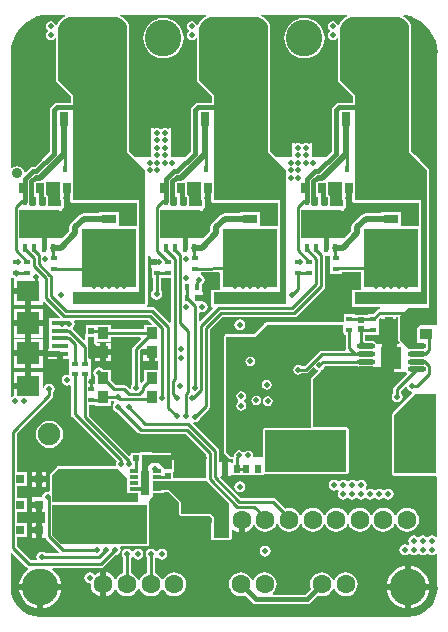
<source format=gtl>
G04 Layer_Physical_Order=1*
G04 Layer_Color=255*
%FSAX25Y25*%
%MOIN*%
G70*
G01*
G75*
%ADD10R,0.01181X0.03150*%
%ADD11R,0.13307X0.09646*%
%ADD12R,0.02756X0.03543*%
%ADD13R,0.13780X0.12300*%
%ADD14R,0.06693X0.04331*%
%ADD15R,0.05118X0.02756*%
%ADD16R,0.03347X0.04331*%
%ADD17R,0.04331X0.06693*%
%ADD18R,0.04331X0.03347*%
%ADD19R,0.02756X0.05118*%
%ADD20R,0.07500X0.07500*%
%ADD21R,0.07500X0.07100*%
%ADD22R,0.05600X0.01400*%
%ADD23R,0.03543X0.03937*%
G04:AMPARAMS|DCode=24|XSize=82.68mil|YSize=228.35mil|CornerRadius=41.34mil|HoleSize=0mil|Usage=FLASHONLY|Rotation=270.000|XOffset=0mil|YOffset=0mil|HoleType=Round|Shape=RoundedRectangle|*
%AMROUNDEDRECTD24*
21,1,0.08268,0.14567,0,0,270.0*
21,1,0.00000,0.22835,0,0,270.0*
1,1,0.08268,-0.07284,0.00000*
1,1,0.08268,-0.07284,0.00000*
1,1,0.08268,0.07284,0.00000*
1,1,0.08268,0.07284,0.00000*
%
%ADD24ROUNDEDRECTD24*%
%ADD25R,0.02165X0.02559*%
%ADD26R,0.06811X0.07284*%
%ADD27O,0.06102X0.01772*%
%ADD28R,0.03150X0.08189*%
%ADD29R,0.02756X0.01181*%
%ADD30R,0.05315X0.20866*%
%ADD31R,0.03740X0.10236*%
%ADD32R,0.10236X0.03740*%
%ADD33R,0.03937X0.03543*%
%ADD34R,0.02047X0.02047*%
%ADD35R,0.02165X0.01772*%
%ADD36R,0.01772X0.02165*%
%ADD37R,0.02047X0.02047*%
%ADD38R,0.02756X0.03150*%
%ADD39C,0.01000*%
%ADD40C,0.01500*%
%ADD41C,0.02000*%
%ADD42C,0.01200*%
%ADD43C,0.04000*%
%ADD44C,0.03543*%
%ADD45C,0.06300*%
%ADD46C,0.12205*%
%ADD47C,0.07480*%
%ADD48C,0.02000*%
G36*
X0575423Y0308918D02*
X0575216Y0308418D01*
X0572698D01*
Y0306975D01*
X0561700D01*
Y0308418D01*
X0556557D01*
Y0308398D01*
X0553375D01*
Y0305449D01*
X0553175D01*
Y0303551D01*
X0552714Y0303360D01*
X0548987Y0307087D01*
X0549036Y0307584D01*
X0549083Y0307616D01*
X0549481Y0308211D01*
X0549621Y0308913D01*
X0549481Y0309616D01*
X0549403Y0309734D01*
X0549638Y0310174D01*
X0574166D01*
X0575423Y0308918D01*
D02*
G37*
G36*
X0639199Y0306000D02*
X0639516Y0305683D01*
Y0305242D01*
X0639957D01*
X0640078Y0305121D01*
Y0300780D01*
X0640078Y0300780D01*
X0640153Y0300401D01*
X0640134Y0300308D01*
X0639862Y0299901D01*
X0632009D01*
X0631580Y0299816D01*
X0631216Y0299573D01*
X0631216Y0299573D01*
X0626265Y0294621D01*
X0625374D01*
X0625353Y0294654D01*
X0624823Y0295007D01*
X0624199Y0295131D01*
X0623575Y0295007D01*
X0623046Y0294654D01*
X0622692Y0294124D01*
X0622568Y0293500D01*
X0622692Y0292876D01*
X0623046Y0292347D01*
X0623575Y0291993D01*
X0624199Y0291869D01*
X0624823Y0291993D01*
X0625353Y0292347D01*
X0625374Y0292378D01*
X0626729D01*
X0626729Y0292378D01*
X0627158Y0292464D01*
X0627522Y0292707D01*
X0629216Y0294401D01*
X0629775Y0294252D01*
X0630046Y0293847D01*
X0630575Y0293493D01*
X0630637Y0293480D01*
X0630783Y0293002D01*
X0628740Y0290959D01*
X0628550Y0290500D01*
X0628550Y0274500D01*
X0628315Y0274149D01*
X0613199Y0274149D01*
X0612740Y0273959D01*
X0612550Y0273500D01*
Y0264500D01*
X0609501D01*
X0609184Y0264886D01*
X0609206Y0265000D01*
X0609082Y0265624D01*
X0608728Y0266154D01*
X0608199Y0266507D01*
X0607575Y0266631D01*
X0606951Y0266507D01*
X0606421Y0266154D01*
X0606301Y0265973D01*
X0605699D01*
X0605579Y0266154D01*
X0605050Y0266507D01*
X0604425Y0266631D01*
X0603801Y0266507D01*
X0603272Y0266154D01*
X0602918Y0265624D01*
X0602794Y0265000D01*
X0602807Y0264934D01*
X0602632Y0264672D01*
X0602597Y0264500D01*
X0601699D01*
X0600199Y0266000D01*
X0600199Y0304500D01*
X0609699Y0304500D01*
X0613699Y0308500D01*
X0627199Y0308500D01*
X0636699D01*
D01*
X0639199D01*
Y0306000D01*
D02*
G37*
G36*
X0573699Y0248500D02*
X0573699Y0235500D01*
X0545199Y0235500D01*
X0542199Y0238500D01*
X0542199Y0248500D01*
X0573699Y0248500D01*
D02*
G37*
G36*
X0659716Y0411731D02*
X0661682Y0411259D01*
X0663551Y0410485D01*
X0665275Y0409428D01*
X0666814Y0408114D01*
X0668127Y0406576D01*
X0669184Y0404852D01*
X0669958Y0402983D01*
X0670430Y0401016D01*
X0670586Y0399041D01*
X0670578Y0399000D01*
Y0354000D01*
Y0308500D01*
X0668199D01*
X0664699Y0308500D01*
X0663699Y0307500D01*
X0663699Y0300500D01*
X0661199D01*
X0658199Y0303500D01*
Y0311500D01*
X0660699Y0314000D01*
X0667658D01*
Y0315000D01*
X0667673D01*
X0667658Y0315041D01*
X0667849Y0315500D01*
Y0351500D01*
X0667658Y0351959D01*
X0667649Y0351963D01*
Y0354000D01*
D01*
X0667649Y0360199D01*
X0667459Y0360658D01*
X0664587Y0363530D01*
X0664611Y0363588D01*
X0663199Y0365000D01*
Y0365074D01*
X0663089Y0365028D01*
X0661849Y0366269D01*
X0661849Y0393000D01*
X0661848Y0393000D01*
X0661848Y0407394D01*
X0661823Y0407455D01*
X0661836Y0407521D01*
X0661682Y0408293D01*
X0661645Y0408349D01*
Y0408415D01*
X0661344Y0409143D01*
X0661297Y0409190D01*
X0661284Y0409256D01*
X0660846Y0409911D01*
X0660791Y0409948D01*
X0660765Y0410009D01*
X0660208Y0410566D01*
X0660147Y0410592D01*
X0660110Y0410647D01*
X0659455Y0411085D01*
X0659431Y0411090D01*
X0659182Y0411271D01*
X0659363Y0411759D01*
X0659716Y0411731D01*
D02*
G37*
G36*
X0598184Y0325618D02*
Y0321000D01*
X0598234Y0320749D01*
X0598194Y0320613D01*
X0597938Y0320249D01*
X0595192D01*
Y0314318D01*
X0595490D01*
X0595681Y0313856D01*
X0591487Y0309662D01*
X0591025Y0309853D01*
Y0312545D01*
X0591437Y0312801D01*
X0591525Y0312799D01*
X0592199Y0312665D01*
X0592901Y0312804D01*
X0593497Y0313202D01*
X0593895Y0313798D01*
X0594034Y0314500D01*
X0593895Y0315202D01*
X0593497Y0315798D01*
X0592901Y0316196D01*
X0592357Y0316304D01*
Y0316500D01*
X0590471D01*
Y0318500D01*
X0592357D01*
Y0319583D01*
X0592157D01*
Y0321975D01*
X0592497Y0322202D01*
X0592895Y0322798D01*
X0593034Y0323500D01*
X0592895Y0324202D01*
X0592497Y0324798D01*
X0591901Y0325196D01*
X0591695Y0325419D01*
X0591865Y0325921D01*
X0597829Y0325970D01*
X0598184Y0325618D01*
D02*
G37*
G36*
X0570000Y0321000D02*
X0552000D01*
X0552000Y0340500D01*
X0570000D01*
X0570000Y0321000D01*
D02*
G37*
G36*
X0575116Y0331157D02*
Y0330272D01*
X0577199D01*
Y0328272D01*
X0575116D01*
Y0327386D01*
X0575316D01*
Y0324043D01*
X0575602D01*
Y0319985D01*
X0575232Y0319431D01*
X0575092Y0318728D01*
X0575232Y0318026D01*
X0575630Y0317431D01*
X0576225Y0317033D01*
X0576928Y0316893D01*
X0577630Y0317033D01*
X0578225Y0317431D01*
X0578623Y0318026D01*
X0578763Y0318728D01*
X0578623Y0319431D01*
X0578253Y0319985D01*
Y0324043D01*
X0579082D01*
Y0324043D01*
X0581674D01*
Y0309332D01*
X0581212Y0309141D01*
X0576315Y0314037D01*
X0575885Y0314325D01*
X0575378Y0314425D01*
X0573808D01*
Y0314971D01*
X0573953Y0315188D01*
X0574015Y0315500D01*
Y0331500D01*
X0574758D01*
X0575116Y0331157D01*
D02*
G37*
G36*
X0634816Y0329086D02*
X0634816D01*
Y0328914D01*
X0634816D01*
Y0327797D01*
X0634775Y0327736D01*
X0634675Y0327228D01*
X0634775Y0326721D01*
X0634816Y0326660D01*
Y0325542D01*
X0638582D01*
Y0325997D01*
X0645184D01*
Y0321000D01*
X0645234Y0320749D01*
X0645194Y0320613D01*
X0644938Y0320249D01*
X0642192D01*
Y0314318D01*
X0650485D01*
Y0314318D01*
X0650854D01*
Y0314318D01*
X0651410D01*
X0651428Y0313825D01*
X0650920Y0313725D01*
X0650490Y0313437D01*
X0649010Y0311958D01*
X0647498D01*
X0647317Y0311958D01*
X0647317Y0311958D01*
X0647023Y0311898D01*
Y0311898D01*
X0643375D01*
Y0311898D01*
X0643082Y0311958D01*
X0643082Y0311958D01*
X0642900Y0311958D01*
X0639316D01*
Y0309412D01*
X0639199Y0309316D01*
X0636699D01*
X0636699Y0309316D01*
X0636699Y0309316D01*
X0627199D01*
X0613699Y0309316D01*
X0613699Y0309316D01*
X0613387Y0309254D01*
X0613122Y0309077D01*
X0613122Y0309077D01*
X0613096Y0309050D01*
X0612659D01*
Y0308614D01*
X0609361Y0305316D01*
X0600199Y0305316D01*
X0599887Y0305254D01*
X0599622Y0305077D01*
X0599445Y0304812D01*
X0599383Y0304500D01*
X0599383Y0266000D01*
X0599383Y0266000D01*
X0599446Y0265688D01*
X0599622Y0265423D01*
X0599622Y0265423D01*
X0601122Y0263923D01*
X0601122Y0263923D01*
X0601387Y0263746D01*
X0601699Y0263684D01*
X0601699Y0263684D01*
X0602342D01*
Y0262579D01*
X0601813D01*
Y0262779D01*
X0600731D01*
Y0260500D01*
Y0258221D01*
X0601813D01*
Y0258420D01*
X0604848D01*
Y0258420D01*
X0608613D01*
Y0258420D01*
X0608785D01*
Y0258420D01*
X0612550D01*
Y0258420D01*
X0613050Y0258714D01*
X0613199Y0258684D01*
X0630101D01*
X0630199Y0258665D01*
X0630298Y0258684D01*
X0633101D01*
X0633199Y0258665D01*
X0633298Y0258684D01*
X0636101D01*
X0636199Y0258665D01*
X0636298Y0258684D01*
X0639101D01*
X0639199Y0258665D01*
X0639298Y0258684D01*
X0640199D01*
X0640511Y0258746D01*
X0640776Y0258923D01*
X0640953Y0259188D01*
X0641015Y0259500D01*
Y0260402D01*
X0641034Y0260500D01*
X0641015Y0260598D01*
X0641015Y0263402D01*
X0641034Y0263500D01*
X0641015Y0263598D01*
Y0266402D01*
X0641034Y0266500D01*
X0641015Y0266599D01*
Y0269401D01*
X0641034Y0269500D01*
X0641015Y0269599D01*
X0641015Y0272401D01*
X0641034Y0272500D01*
X0641015Y0272599D01*
Y0273500D01*
X0640953Y0273812D01*
X0640776Y0274077D01*
X0640511Y0274254D01*
X0640199Y0274316D01*
X0639298D01*
X0639199Y0274335D01*
X0639101Y0274316D01*
X0636298D01*
X0636199Y0274335D01*
X0636101Y0274316D01*
X0633298D01*
X0633199Y0274335D01*
X0633101Y0274316D01*
X0630298D01*
X0630199Y0274335D01*
X0630101Y0274316D01*
X0629835D01*
X0629766Y0274343D01*
X0629633Y0274500D01*
X0629199D01*
X0629199Y0290500D01*
X0631583Y0292884D01*
X0631594Y0292922D01*
X0631590Y0292962D01*
X0631598Y0293002D01*
X0631902Y0293304D01*
X0632209Y0293510D01*
X0632689Y0293990D01*
X0632895Y0294298D01*
X0633013Y0294895D01*
X0642497D01*
X0642622Y0294661D01*
X0643769D01*
X0643813Y0294632D01*
X0644471Y0294501D01*
X0646636D01*
Y0294500D01*
X0654199D01*
Y0297500D01*
Y0301000D01*
X0652065Y0301000D01*
Y0302142D01*
X0650794D01*
X0650794Y0302142D01*
X0650294Y0302140D01*
X0650017Y0302554D01*
X0649459Y0302927D01*
X0648802Y0303057D01*
X0646792D01*
X0646525Y0303325D01*
Y0305097D01*
X0647023Y0305102D01*
X0647317Y0305043D01*
Y0305043D01*
X0647498Y0305043D01*
X0651082D01*
Y0308414D01*
X0651082D01*
Y0308586D01*
X0651082D01*
Y0310280D01*
X0651565Y0310763D01*
X0652065Y0310556D01*
Y0310500D01*
X0654443D01*
X0656821D01*
Y0311175D01*
X0657383D01*
Y0303500D01*
X0657383Y0303500D01*
X0657445Y0303188D01*
X0657622Y0302923D01*
X0657942Y0302604D01*
X0657751Y0302142D01*
X0657199D01*
Y0301000D01*
X0656199D01*
Y0297500D01*
Y0292858D01*
X0659605D01*
X0659605Y0292858D01*
X0660105Y0292860D01*
X0660381Y0292446D01*
X0660407Y0292181D01*
X0656262Y0288036D01*
X0655974Y0287606D01*
X0655874Y0287098D01*
Y0285830D01*
X0655504Y0285276D01*
X0655364Y0284574D01*
X0655504Y0283872D01*
X0655901Y0283276D01*
X0656497Y0282878D01*
X0657199Y0282739D01*
X0657901Y0282878D01*
X0658497Y0283276D01*
X0658895Y0283872D01*
X0659034Y0284574D01*
X0658895Y0285276D01*
X0658525Y0285830D01*
Y0286549D01*
X0659874Y0287899D01*
X0660417Y0287734D01*
X0660504Y0287298D01*
X0660901Y0286702D01*
X0661497Y0286304D01*
X0662036Y0286197D01*
X0662047Y0286175D01*
X0662133Y0285733D01*
X0661882Y0285337D01*
X0655622Y0279077D01*
X0655445Y0278812D01*
X0655383Y0278500D01*
X0655383Y0278500D01*
X0655383Y0259000D01*
X0655445Y0258688D01*
X0655622Y0258423D01*
X0655887Y0258246D01*
X0656199Y0258184D01*
X0670199D01*
X0670578Y0257750D01*
Y0237829D01*
X0670078Y0237677D01*
X0669997Y0237798D01*
X0669401Y0238196D01*
X0668699Y0238335D01*
X0667997Y0238196D01*
X0667537Y0237889D01*
X0667199Y0237832D01*
X0666861Y0237889D01*
X0666401Y0238196D01*
X0665699Y0238335D01*
X0664997Y0238196D01*
X0664537Y0237889D01*
X0664199Y0237832D01*
X0663861Y0237889D01*
X0663401Y0238196D01*
X0662699Y0238335D01*
X0661997Y0238196D01*
X0661401Y0237798D01*
X0661004Y0237202D01*
X0660864Y0236500D01*
X0661004Y0235798D01*
X0661165Y0235556D01*
X0661058Y0235049D01*
X0660778Y0234944D01*
X0660401Y0235196D01*
X0659699Y0235335D01*
X0658997Y0235196D01*
X0658401Y0234798D01*
X0658004Y0234202D01*
X0657864Y0233500D01*
X0658004Y0232798D01*
X0658401Y0232202D01*
X0658997Y0231804D01*
X0659699Y0231665D01*
X0660401Y0231804D01*
X0660861Y0232111D01*
X0661199Y0232168D01*
X0661537Y0232111D01*
X0661997Y0231804D01*
X0662699Y0231665D01*
X0663401Y0231804D01*
X0663861Y0232111D01*
X0664199Y0232168D01*
X0664537Y0232111D01*
X0664997Y0231804D01*
X0665699Y0231665D01*
X0666401Y0231804D01*
X0666861Y0232111D01*
X0667199Y0232168D01*
X0667537Y0232111D01*
X0667997Y0231804D01*
X0668699Y0231665D01*
X0669401Y0231804D01*
X0669997Y0232202D01*
X0670078Y0232323D01*
X0670578Y0232171D01*
Y0221000D01*
X0670590Y0220935D01*
X0670407Y0219069D01*
X0669843Y0217212D01*
X0668929Y0215501D01*
X0667698Y0214001D01*
X0666198Y0212770D01*
X0664487Y0211856D01*
X0662630Y0211293D01*
X0660764Y0211109D01*
X0660699Y0211122D01*
X0538199D01*
X0538134Y0211109D01*
X0536268Y0211293D01*
X0534411Y0211856D01*
X0532700Y0212770D01*
X0531200Y0214001D01*
X0529970Y0215501D01*
X0529055Y0217212D01*
X0528492Y0219069D01*
X0528308Y0220935D01*
X0528321Y0221000D01*
Y0232351D01*
X0528783Y0232542D01*
X0533560Y0227765D01*
X0533989Y0227478D01*
X0534136Y0227449D01*
X0534225Y0226984D01*
X0534220Y0226922D01*
X0533153Y0226046D01*
X0532265Y0224965D01*
X0531606Y0223731D01*
X0531200Y0222392D01*
X0531161Y0222000D01*
X0545237D01*
X0545199Y0222392D01*
X0544793Y0223731D01*
X0544133Y0224965D01*
X0543246Y0226046D01*
X0542234Y0226877D01*
X0542295Y0227377D01*
X0558401D01*
X0558909Y0227478D01*
X0559339Y0227765D01*
X0563248Y0231675D01*
X0563901Y0231804D01*
X0564497Y0232202D01*
X0564895Y0232798D01*
X0565034Y0233500D01*
X0564898Y0234184D01*
X0564888Y0234274D01*
X0565156Y0234684D01*
X0573699Y0234684D01*
X0574011Y0234746D01*
X0574276Y0234923D01*
X0574453Y0235188D01*
X0574515Y0235500D01*
X0574515Y0248500D01*
Y0249858D01*
X0574699Y0250233D01*
X0574699Y0250500D01*
X0576699Y0252500D01*
X0579475D01*
Y0252684D01*
X0580861D01*
X0584281Y0249265D01*
Y0247853D01*
X0584383D01*
Y0245500D01*
X0584445Y0245188D01*
X0584622Y0244923D01*
X0584887Y0244746D01*
X0585199Y0244684D01*
X0594861D01*
X0595046Y0244500D01*
X0595199D01*
Y0244346D01*
X0595383Y0244162D01*
X0595383Y0242370D01*
X0595199D01*
X0595199Y0236630D01*
X0596317D01*
Y0236684D01*
X0597101D01*
X0597199Y0236665D01*
X0597298Y0236684D01*
X0600101D01*
X0600199Y0236665D01*
X0600298Y0236684D01*
X0601199D01*
X0601511Y0236746D01*
X0601776Y0236923D01*
X0601953Y0237188D01*
X0602015Y0237500D01*
Y0238402D01*
X0602034Y0238500D01*
X0602015Y0238598D01*
X0602015Y0240223D01*
X0602515Y0240425D01*
X0603232Y0239875D01*
X0604242Y0239457D01*
X0604325Y0239446D01*
Y0243500D01*
X0606325D01*
Y0239446D01*
X0606409Y0239457D01*
X0607418Y0239875D01*
X0608285Y0240540D01*
X0608950Y0241407D01*
X0609100Y0241768D01*
X0609641D01*
X0609749Y0241508D01*
X0610382Y0240683D01*
X0611207Y0240050D01*
X0612168Y0239652D01*
X0613199Y0239516D01*
X0614230Y0239652D01*
X0615191Y0240050D01*
X0616016Y0240683D01*
X0616649Y0241508D01*
X0616865Y0242030D01*
X0617407D01*
X0617623Y0241508D01*
X0618256Y0240683D01*
X0619081Y0240050D01*
X0620042Y0239652D01*
X0621073Y0239516D01*
X0622104Y0239652D01*
X0623065Y0240050D01*
X0623890Y0240683D01*
X0624523Y0241508D01*
X0624753Y0242061D01*
X0625294D01*
X0625523Y0241508D01*
X0626156Y0240683D01*
X0626981Y0240050D01*
X0627942Y0239652D01*
X0628973Y0239516D01*
X0630004Y0239652D01*
X0630965Y0240050D01*
X0631790Y0240683D01*
X0632423Y0241508D01*
X0632653Y0242061D01*
X0633194D01*
X0633423Y0241508D01*
X0634056Y0240683D01*
X0634881Y0240050D01*
X0635842Y0239652D01*
X0636873Y0239516D01*
X0637904Y0239652D01*
X0638865Y0240050D01*
X0639690Y0240683D01*
X0640323Y0241508D01*
X0640514Y0241967D01*
X0641055D01*
X0641245Y0241508D01*
X0641878Y0240683D01*
X0642703Y0240050D01*
X0643664Y0239652D01*
X0644695Y0239516D01*
X0645726Y0239652D01*
X0646687Y0240050D01*
X0647512Y0240683D01*
X0648145Y0241508D01*
X0648362Y0242030D01*
X0648903D01*
X0649119Y0241508D01*
X0649752Y0240683D01*
X0650577Y0240050D01*
X0651538Y0239652D01*
X0652569Y0239516D01*
X0653600Y0239652D01*
X0654561Y0240050D01*
X0655386Y0240683D01*
X0656019Y0241508D01*
X0656236Y0242030D01*
X0656777D01*
X0656993Y0241508D01*
X0657626Y0240683D01*
X0658451Y0240050D01*
X0659412Y0239652D01*
X0660443Y0239516D01*
X0661474Y0239652D01*
X0662435Y0240050D01*
X0663260Y0240683D01*
X0663894Y0241508D01*
X0664292Y0242469D01*
X0664427Y0243500D01*
X0664292Y0244531D01*
X0663894Y0245492D01*
X0663260Y0246317D01*
X0662435Y0246950D01*
X0661474Y0247348D01*
X0660443Y0247484D01*
X0659412Y0247348D01*
X0658451Y0246950D01*
X0657626Y0246317D01*
X0656993Y0245492D01*
X0656777Y0244970D01*
X0656236D01*
X0656019Y0245492D01*
X0655386Y0246317D01*
X0654561Y0246950D01*
X0653600Y0247348D01*
X0652569Y0247484D01*
X0651538Y0247348D01*
X0650577Y0246950D01*
X0649752Y0246317D01*
X0649119Y0245492D01*
X0648903Y0244970D01*
X0648362D01*
X0648145Y0245492D01*
X0647512Y0246317D01*
X0646687Y0246950D01*
X0645726Y0247348D01*
X0644695Y0247484D01*
X0643664Y0247348D01*
X0642703Y0246950D01*
X0641878Y0246317D01*
X0641245Y0245492D01*
X0641055Y0245033D01*
X0640514D01*
X0640323Y0245492D01*
X0639690Y0246317D01*
X0638865Y0246950D01*
X0637904Y0247348D01*
X0636873Y0247484D01*
X0635842Y0247348D01*
X0634881Y0246950D01*
X0634056Y0246317D01*
X0633423Y0245492D01*
X0633194Y0244939D01*
X0632653D01*
X0632423Y0245492D01*
X0631790Y0246317D01*
X0630965Y0246950D01*
X0630004Y0247348D01*
X0628973Y0247484D01*
X0627942Y0247348D01*
X0626981Y0246950D01*
X0626156Y0246317D01*
X0625523Y0245492D01*
X0625294Y0244939D01*
X0624753D01*
X0624523Y0245492D01*
X0623890Y0246317D01*
X0623065Y0246950D01*
X0622104Y0247348D01*
X0621073Y0247484D01*
X0620042Y0247348D01*
X0619811Y0247253D01*
X0616626Y0250437D01*
X0616196Y0250725D01*
X0615689Y0250826D01*
X0605067D01*
X0598172Y0257720D01*
X0598379Y0258221D01*
X0598731D01*
Y0260500D01*
Y0262779D01*
X0597725D01*
Y0266563D01*
X0597624Y0267070D01*
X0597336Y0267500D01*
X0589149Y0275687D01*
X0589395Y0276148D01*
X0589795Y0276069D01*
X0590498Y0276208D01*
X0591093Y0276606D01*
X0591491Y0277202D01*
X0591621Y0277855D01*
X0594336Y0280570D01*
X0594624Y0281000D01*
X0594725Y0281508D01*
Y0306888D01*
X0598911Y0311074D01*
X0622862D01*
X0623369Y0311175D01*
X0623799Y0311463D01*
X0632736Y0320400D01*
X0633024Y0320830D01*
X0633125Y0321337D01*
Y0331500D01*
X0634816D01*
Y0329086D01*
D02*
G37*
G36*
X0562846Y0282862D02*
X0562901Y0282298D01*
X0562504Y0281702D01*
X0562364Y0281000D01*
X0562504Y0280298D01*
X0562901Y0279702D01*
X0563497Y0279304D01*
X0564150Y0279174D01*
X0570762Y0272563D01*
X0571192Y0272275D01*
X0571699Y0272175D01*
X0586650D01*
X0593474Y0265351D01*
Y0257316D01*
X0582523Y0257316D01*
Y0258217D01*
X0582525Y0258226D01*
X0582523Y0258235D01*
Y0259352D01*
X0582723D01*
Y0263399D01*
X0582199D01*
Y0260317D01*
X0579882Y0260317D01*
X0577699Y0262500D01*
X0575398Y0262500D01*
X0574199Y0261301D01*
X0574199Y0258801D01*
X0572199D01*
Y0263301D01*
Y0265000D01*
X0581699D01*
Y0265824D01*
X0575297D01*
Y0266024D01*
X0571250D01*
Y0265824D01*
X0568301D01*
Y0264926D01*
X0567839Y0264735D01*
X0554342Y0278232D01*
Y0281771D01*
X0556557D01*
Y0281582D01*
X0561700D01*
Y0283025D01*
X0562697D01*
X0562846Y0282862D01*
D02*
G37*
G36*
X0556199Y0302500D02*
X0557199Y0301500D01*
X0558128D01*
Y0302319D01*
X0557223D01*
Y0302881D01*
X0561700D01*
Y0304324D01*
X0571417D01*
X0571608Y0303862D01*
X0569262Y0301516D01*
X0568974Y0301086D01*
X0568874Y0300579D01*
Y0288756D01*
X0568504Y0288202D01*
X0568364Y0287500D01*
X0568385Y0287396D01*
X0567924Y0287150D01*
X0567136Y0287937D01*
X0566706Y0288225D01*
X0566199Y0288326D01*
X0563327D01*
X0561700Y0289952D01*
Y0293418D01*
X0559176D01*
X0558922Y0293798D01*
X0558327Y0294196D01*
X0557624Y0294335D01*
X0556922Y0294196D01*
X0556327Y0293798D01*
X0555929Y0293202D01*
X0555789Y0292500D01*
X0555929Y0291798D01*
X0556327Y0291202D01*
X0556557Y0291049D01*
Y0288886D01*
X0554342D01*
Y0290271D01*
X0555082D01*
Y0293642D01*
X0555082D01*
Y0293814D01*
X0555082D01*
Y0297186D01*
X0554401D01*
Y0297500D01*
X0554199D01*
Y0304500D01*
X0556199D01*
Y0302500D01*
D02*
G37*
G36*
X0640199Y0273500D02*
X0640199Y0259500D01*
X0613199D01*
Y0273500D01*
X0640199Y0273500D01*
D02*
G37*
G36*
X0670199Y0259000D02*
X0656199D01*
X0656199Y0278500D01*
X0663199Y0285500D01*
X0670199Y0285500D01*
Y0259000D01*
D02*
G37*
G36*
X0567199Y0257500D02*
Y0252500D01*
X0570699D01*
Y0249500D01*
X0542199D01*
X0542199Y0258500D01*
X0544199Y0260500D01*
X0564199D01*
X0567199Y0257500D01*
D02*
G37*
G36*
X0593699Y0256500D02*
X0601199Y0249000D01*
X0601199Y0237500D01*
X0596199D01*
X0596199Y0244500D01*
X0595199Y0245500D01*
X0585199D01*
Y0249500D01*
X0581199Y0253500D01*
X0575699D01*
Y0256500D01*
X0593699Y0256500D01*
D02*
G37*
G36*
X0572498Y0300350D02*
X0575270D01*
Y0299350D01*
X0576270D01*
Y0296382D01*
X0577374D01*
Y0293418D01*
X0572698D01*
Y0289952D01*
X0571986Y0289241D01*
X0571525Y0289432D01*
Y0300030D01*
X0572036Y0300541D01*
X0572498Y0300350D01*
D02*
G37*
G36*
X0529449Y0320748D02*
X0534199D01*
Y0319748D01*
X0535199D01*
Y0315198D01*
X0538949D01*
Y0316168D01*
X0539449Y0316375D01*
X0544762Y0311063D01*
X0544499Y0310618D01*
X0541099D01*
Y0307618D01*
Y0305059D01*
Y0300500D01*
X0540899D01*
Y0299800D01*
X0544699D01*
Y0298800D01*
X0545699D01*
Y0297100D01*
X0547816D01*
Y0293814D01*
X0547816D01*
Y0293642D01*
X0547816D01*
Y0292107D01*
X0547430Y0291789D01*
X0547199Y0291835D01*
X0546497Y0291696D01*
X0545901Y0291298D01*
X0545504Y0290702D01*
X0545364Y0290000D01*
X0545504Y0289298D01*
X0545901Y0288702D01*
X0546497Y0288304D01*
X0547199Y0288165D01*
X0547874Y0288299D01*
X0547961Y0288301D01*
X0548374Y0288045D01*
Y0278737D01*
X0548475Y0278230D01*
X0548762Y0277800D01*
X0563586Y0262976D01*
X0563404Y0262702D01*
X0563264Y0262000D01*
X0563323Y0261702D01*
X0563006Y0261316D01*
X0544199D01*
X0544199Y0261316D01*
X0543887Y0261254D01*
X0543622Y0261077D01*
X0543622Y0261077D01*
X0541622Y0259077D01*
X0541446Y0258812D01*
X0541383Y0258500D01*
X0541384Y0258500D01*
X0541383Y0253189D01*
X0540883Y0252779D01*
X0540599Y0252835D01*
X0539897Y0252696D01*
X0539301Y0252298D01*
X0538904Y0251702D01*
X0538779Y0251075D01*
X0535471D01*
Y0249500D01*
X0537849D01*
Y0248500D01*
X0538849D01*
Y0245925D01*
X0539774D01*
Y0242575D01*
X0538849D01*
Y0240000D01*
Y0237425D01*
X0539949D01*
X0540162Y0237107D01*
X0544444Y0232825D01*
X0544236Y0232326D01*
X0539955D01*
X0539401Y0232696D01*
X0538699Y0232835D01*
X0537997Y0232696D01*
X0537401Y0232298D01*
X0537004Y0231702D01*
X0536864Y0231000D01*
X0536958Y0230528D01*
X0536628Y0230028D01*
X0535046D01*
X0530397Y0234677D01*
Y0237625D01*
X0533728D01*
Y0242375D01*
X0530397D01*
Y0246125D01*
X0533728D01*
Y0250875D01*
X0530397D01*
Y0254625D01*
X0533728D01*
Y0259375D01*
X0530397D01*
Y0272323D01*
X0542136Y0284063D01*
X0542424Y0284493D01*
X0542525Y0285000D01*
Y0285744D01*
X0542895Y0286298D01*
X0543034Y0287000D01*
X0542895Y0287702D01*
X0542497Y0288298D01*
X0541901Y0288696D01*
X0541199Y0288835D01*
X0540497Y0288696D01*
X0539901Y0288298D01*
X0539504Y0287702D01*
X0539449Y0287429D01*
X0538949Y0287478D01*
Y0292750D01*
X0535199D01*
Y0288200D01*
X0534199D01*
Y0287200D01*
X0529449D01*
Y0284786D01*
X0528997Y0284696D01*
X0528821Y0284578D01*
X0528321Y0284845D01*
Y0324043D01*
X0529449D01*
Y0320748D01*
D02*
G37*
G36*
X0591699Y0350500D02*
X0592199Y0350000D01*
X0592199Y0348000D01*
X0587699D01*
Y0351500D01*
X0587199Y0352000D01*
Y0356000D01*
X0591699D01*
X0591699Y0350500D01*
D02*
G37*
G36*
X0563199Y0411000D02*
X0563593Y0411000D01*
X0564366Y0410846D01*
X0565094Y0410545D01*
X0565749Y0410107D01*
X0566306Y0409550D01*
X0566744Y0408895D01*
X0567045Y0408167D01*
X0567199Y0407394D01*
Y0407000D01*
X0567199Y0393000D01*
X0567199D01*
X0567199Y0366000D01*
X0573000Y0360199D01*
X0573000Y0351500D01*
X0573199D01*
Y0315500D01*
X0571199Y0315500D01*
Y0350000D01*
X0549000D01*
X0549000Y0385000D01*
X0544199Y0389801D01*
X0544199Y0393000D01*
X0548799Y0393000D01*
X0544199D01*
X0544199Y0407000D01*
D01*
Y0407000D01*
Y0407000D01*
X0544199Y0407394D01*
X0544353Y0408167D01*
X0544654Y0408895D01*
X0545092Y0409550D01*
X0545649Y0410107D01*
X0546304Y0410545D01*
X0547032Y0410846D01*
X0547805Y0411000D01*
X0548199Y0411000D01*
X0563199Y0411000D01*
X0563199Y0411000D01*
D02*
G37*
G36*
X0544699Y0350500D02*
X0545199Y0350000D01*
X0545199Y0348000D01*
X0540699D01*
Y0351500D01*
X0540199Y0352000D01*
Y0356000D01*
X0544699D01*
X0544699Y0350500D01*
D02*
G37*
G36*
X0640620Y0411378D02*
X0640056Y0411145D01*
X0640009Y0411098D01*
X0639944Y0411085D01*
X0639288Y0410647D01*
X0639252Y0410592D01*
X0639190Y0410566D01*
X0638633Y0410009D01*
X0638607Y0409948D01*
X0638552Y0409911D01*
X0638114Y0409256D01*
X0638101Y0409190D01*
X0638054Y0409143D01*
X0637753Y0408415D01*
X0637346Y0408395D01*
X0637247Y0408422D01*
X0637206Y0408624D01*
X0636853Y0409154D01*
X0636323Y0409507D01*
X0635699Y0409631D01*
X0635075Y0409507D01*
X0634546Y0409154D01*
X0634192Y0408624D01*
X0634068Y0408000D01*
X0634192Y0407376D01*
X0634546Y0406847D01*
X0634690Y0406750D01*
Y0406250D01*
X0634546Y0406153D01*
X0634192Y0405624D01*
X0634068Y0405000D01*
X0634192Y0404376D01*
X0634546Y0403847D01*
X0635075Y0403493D01*
X0635699Y0403369D01*
X0636323Y0403493D01*
X0636853Y0403847D01*
X0637050Y0404141D01*
X0637550Y0403990D01*
X0637550Y0393000D01*
X0637550Y0393000D01*
X0637550Y0389801D01*
X0637740Y0389342D01*
X0642350Y0384731D01*
Y0382377D01*
X0637699D01*
X0637172Y0382272D01*
X0636726Y0381973D01*
X0636726Y0381973D01*
X0635726Y0380973D01*
X0635428Y0380527D01*
X0635323Y0380000D01*
Y0366122D01*
X0634911Y0365710D01*
D01*
X0633701Y0364500D01*
X0628699Y0364500D01*
Y0369145D01*
X0628118D01*
Y0369077D01*
X0627618Y0368810D01*
X0627323Y0369007D01*
X0626699Y0369131D01*
X0626075Y0369007D01*
X0625828Y0368842D01*
X0625449Y0368692D01*
X0625070Y0368842D01*
X0624823Y0369007D01*
X0624199Y0369131D01*
X0623575Y0369007D01*
X0623382Y0368878D01*
X0622882Y0369145D01*
X0622199D01*
Y0364500D01*
X0616699Y0364500D01*
X0616199Y0365000D01*
Y0365074D01*
X0616089Y0365028D01*
X0614849Y0366269D01*
X0614849Y0393000D01*
X0614849Y0393000D01*
X0614849Y0407394D01*
X0614823Y0407455D01*
X0614836Y0407521D01*
X0614682Y0408293D01*
X0614645Y0408349D01*
Y0408415D01*
X0614344Y0409143D01*
X0614297Y0409190D01*
X0614284Y0409256D01*
X0613846Y0409911D01*
X0613791Y0409948D01*
X0613765Y0410009D01*
X0613208Y0410566D01*
X0613147Y0410592D01*
X0613110Y0410647D01*
X0612455Y0411085D01*
X0612389Y0411098D01*
X0612342Y0411145D01*
X0611778Y0411378D01*
X0611878Y0411878D01*
X0640521D01*
X0640620Y0411378D01*
D02*
G37*
G36*
X0541199Y0411878D02*
X0546521D01*
X0546620Y0411378D01*
X0546056Y0411145D01*
X0546009Y0411098D01*
X0545944Y0411085D01*
X0545288Y0410647D01*
X0545252Y0410592D01*
X0545190Y0410566D01*
X0544633Y0410009D01*
X0544607Y0409948D01*
X0544552Y0409911D01*
X0544114Y0409256D01*
X0544101Y0409190D01*
X0544054Y0409143D01*
X0543753Y0408415D01*
X0543346Y0408395D01*
X0543247Y0408422D01*
X0543206Y0408624D01*
X0542853Y0409154D01*
X0542323Y0409507D01*
X0541699Y0409631D01*
X0541075Y0409507D01*
X0540546Y0409154D01*
X0540192Y0408624D01*
X0540068Y0408000D01*
X0540192Y0407376D01*
X0540546Y0406847D01*
X0540690Y0406750D01*
Y0406250D01*
X0540546Y0406153D01*
X0540192Y0405624D01*
X0540068Y0405000D01*
X0540192Y0404376D01*
X0540546Y0403847D01*
X0541075Y0403493D01*
X0541699Y0403369D01*
X0542323Y0403493D01*
X0542853Y0403847D01*
X0543050Y0404141D01*
X0543550Y0403990D01*
X0543550Y0393000D01*
X0543550Y0393000D01*
X0543550Y0389801D01*
X0543740Y0389342D01*
X0548350Y0384731D01*
Y0382377D01*
X0543699D01*
X0543172Y0382272D01*
X0542726Y0381973D01*
X0542726Y0381973D01*
X0541726Y0380973D01*
X0541428Y0380527D01*
X0541323Y0380000D01*
Y0366122D01*
X0540911Y0365710D01*
D01*
X0538731Y0363530D01*
D01*
X0536299Y0361098D01*
X0535648D01*
X0535121Y0360993D01*
X0534675Y0360695D01*
X0534675Y0360695D01*
X0533353Y0359373D01*
X0532810Y0359538D01*
X0532733Y0359925D01*
X0532209Y0360710D01*
X0531425Y0361234D01*
X0530499Y0361418D01*
X0529574Y0361234D01*
X0528821Y0360731D01*
X0528462Y0360809D01*
X0528321Y0360852D01*
Y0384731D01*
Y0386075D01*
Y0390980D01*
Y0391326D01*
Y0399000D01*
X0528313Y0399041D01*
X0528468Y0401016D01*
X0528940Y0402983D01*
X0529714Y0404852D01*
X0530771Y0406576D01*
X0532085Y0408114D01*
X0533623Y0409428D01*
X0535347Y0410485D01*
X0537216Y0411259D01*
X0539183Y0411731D01*
X0541158Y0411887D01*
X0541199Y0411878D01*
D02*
G37*
G36*
X0593620Y0411378D02*
X0593056Y0411145D01*
X0593009Y0411098D01*
X0592944Y0411085D01*
X0592288Y0410647D01*
X0592251Y0410592D01*
X0592190Y0410566D01*
X0591633Y0410009D01*
X0591607Y0409948D01*
X0591552Y0409911D01*
X0591114Y0409256D01*
X0591101Y0409190D01*
X0591054Y0409143D01*
X0590753Y0408415D01*
X0590346Y0408395D01*
X0590246Y0408422D01*
X0590206Y0408624D01*
X0589853Y0409154D01*
X0589323Y0409507D01*
X0588699Y0409631D01*
X0588075Y0409507D01*
X0587546Y0409154D01*
X0587192Y0408624D01*
X0587068Y0408000D01*
X0587192Y0407376D01*
X0587546Y0406847D01*
X0587690Y0406750D01*
Y0406250D01*
X0587546Y0406153D01*
X0587192Y0405624D01*
X0587068Y0405000D01*
X0587192Y0404376D01*
X0587546Y0403847D01*
X0588075Y0403493D01*
X0588699Y0403369D01*
X0589323Y0403493D01*
X0589853Y0403847D01*
X0590050Y0404141D01*
X0590550Y0403990D01*
X0590550Y0393000D01*
X0590550Y0393000D01*
X0590550Y0389801D01*
X0590740Y0389342D01*
X0595351Y0384731D01*
Y0382377D01*
X0590699D01*
X0590172Y0382272D01*
X0589726Y0381973D01*
X0589726Y0381973D01*
X0588726Y0380973D01*
X0588427Y0380527D01*
X0588323Y0380000D01*
Y0366122D01*
X0587911Y0365710D01*
X0587911D01*
X0586701Y0364500D01*
X0581699Y0364500D01*
X0581699Y0374146D01*
X0581118D01*
Y0374078D01*
X0580618Y0373810D01*
X0580323Y0374007D01*
X0579699Y0374131D01*
X0579075Y0374007D01*
X0578828Y0373842D01*
X0578449Y0373692D01*
X0578070Y0373842D01*
X0577823Y0374007D01*
X0577199Y0374131D01*
X0576575Y0374007D01*
X0576382Y0373878D01*
X0575882Y0374146D01*
X0575199D01*
X0575199Y0364500D01*
X0569699Y0364500D01*
X0569199Y0365000D01*
Y0365074D01*
X0569089Y0365028D01*
X0567849Y0366269D01*
X0567849Y0393000D01*
X0567848Y0393000D01*
X0567848Y0407394D01*
X0567823Y0407455D01*
X0567836Y0407521D01*
X0567682Y0408293D01*
X0567645Y0408349D01*
Y0408415D01*
X0567344Y0409143D01*
X0567297Y0409190D01*
X0567284Y0409256D01*
X0566846Y0409911D01*
X0566791Y0409948D01*
X0566765Y0410009D01*
X0566208Y0410566D01*
X0566147Y0410592D01*
X0566110Y0410647D01*
X0565455Y0411085D01*
X0565389Y0411098D01*
X0565342Y0411145D01*
X0564778Y0411378D01*
X0564878Y0411878D01*
X0593521D01*
X0593620Y0411378D01*
D02*
G37*
G36*
X0638699Y0350500D02*
X0639199Y0350000D01*
X0639199Y0348000D01*
X0634699D01*
Y0351500D01*
X0634199Y0352000D01*
Y0356000D01*
X0638699D01*
X0638699Y0350500D01*
D02*
G37*
G36*
X0641955Y0351228D02*
X0642184D01*
Y0350000D01*
X0642192Y0349961D01*
Y0349751D01*
X0642234D01*
X0642246Y0349688D01*
X0642423Y0349423D01*
X0642688Y0349246D01*
X0643000Y0349184D01*
X0664383D01*
Y0341763D01*
X0664337Y0341587D01*
X0664000Y0341316D01*
X0658686D01*
X0658359Y0341680D01*
Y0346036D01*
X0651641D01*
Y0345693D01*
X0646597D01*
X0645895Y0345554D01*
X0645300Y0345156D01*
X0642401Y0342258D01*
X0642004Y0341662D01*
X0641864Y0340960D01*
Y0339760D01*
X0641199Y0339095D01*
Y0339000D01*
X0639699Y0337500D01*
X0638199D01*
Y0341000D01*
X0631699D01*
Y0343000D01*
X0638199D01*
Y0346500D01*
X0639353D01*
Y0347215D01*
X0639511Y0347246D01*
X0639776Y0347423D01*
X0639953Y0347688D01*
X0640015Y0348000D01*
X0640015Y0348902D01*
X0640034Y0349000D01*
X0640015Y0349098D01*
X0640015Y0350000D01*
X0639953Y0350312D01*
X0639776Y0350577D01*
X0639776Y0350577D01*
X0639624Y0350728D01*
X0639779Y0351228D01*
X0639955D01*
Y0354000D01*
X0641955D01*
Y0351228D01*
D02*
G37*
G36*
X0664000Y0321000D02*
X0646000D01*
X0646000Y0340500D01*
X0664000D01*
X0664000Y0321000D01*
D02*
G37*
G36*
X0547955Y0351228D02*
X0548184D01*
Y0350000D01*
X0548192Y0349961D01*
Y0349751D01*
X0548234D01*
X0548246Y0349688D01*
X0548423Y0349423D01*
X0548688Y0349246D01*
X0549000Y0349184D01*
X0570383D01*
Y0341763D01*
X0570337Y0341587D01*
X0570000Y0341316D01*
X0564686D01*
X0564359Y0341680D01*
Y0346036D01*
X0557641D01*
Y0345693D01*
X0552597D01*
X0551895Y0345554D01*
X0551300Y0345156D01*
X0548401Y0342258D01*
X0548004Y0341662D01*
X0547864Y0340960D01*
Y0339760D01*
X0547199Y0339095D01*
Y0339000D01*
X0545699Y0337500D01*
X0544199D01*
Y0341000D01*
X0537699D01*
Y0343000D01*
X0544199D01*
Y0346500D01*
X0545353D01*
Y0347215D01*
X0545511Y0347246D01*
X0545776Y0347423D01*
X0545953Y0347688D01*
X0546015Y0348000D01*
X0546015Y0348902D01*
X0546034Y0349000D01*
X0546015Y0349098D01*
X0546015Y0350000D01*
X0545953Y0350312D01*
X0545776Y0350577D01*
X0545776Y0350577D01*
X0545624Y0350728D01*
X0545779Y0351228D01*
X0545955D01*
Y0354000D01*
X0547955D01*
Y0351228D01*
D02*
G37*
G36*
X0617000Y0321000D02*
X0599000D01*
X0599000Y0340500D01*
X0617000D01*
X0617000Y0321000D01*
D02*
G37*
G36*
X0657199Y0411000D02*
X0657593Y0411000D01*
X0658366Y0410846D01*
X0659094Y0410545D01*
X0659749Y0410107D01*
X0660306Y0409550D01*
X0660744Y0408895D01*
X0661045Y0408167D01*
X0661199Y0407394D01*
Y0407000D01*
X0661199Y0393000D01*
X0661199D01*
X0661199Y0366000D01*
X0667000Y0360199D01*
X0667000Y0351500D01*
X0667199D01*
Y0315500D01*
X0665199Y0315500D01*
Y0350000D01*
X0643000D01*
X0643000Y0385000D01*
X0638199Y0389801D01*
X0638199Y0393000D01*
X0656599Y0393000D01*
X0638199D01*
X0638199Y0407000D01*
D01*
Y0407000D01*
Y0407000D01*
X0638199Y0407394D01*
X0638353Y0408167D01*
X0638654Y0408895D01*
X0639092Y0409550D01*
X0639649Y0410107D01*
X0640304Y0410545D01*
X0641032Y0410846D01*
X0641805Y0411000D01*
X0642199Y0411000D01*
X0657199Y0411000D01*
X0657199Y0411000D01*
D02*
G37*
G36*
X0610199D02*
X0610593Y0411000D01*
X0611366Y0410846D01*
X0612094Y0410545D01*
X0612749Y0410107D01*
X0613306Y0409550D01*
X0613744Y0408895D01*
X0614045Y0408167D01*
X0614199Y0407394D01*
Y0407000D01*
X0614199Y0393000D01*
X0614199D01*
X0614199Y0366000D01*
X0620000Y0360199D01*
X0620000Y0351500D01*
X0620199D01*
Y0315500D01*
X0618199Y0315500D01*
Y0350000D01*
X0596000D01*
X0596000Y0385000D01*
X0591199Y0389801D01*
X0591199Y0393000D01*
X0609599Y0393000D01*
X0591199D01*
X0591199Y0407000D01*
D01*
Y0407000D01*
Y0407000D01*
X0591199Y0407394D01*
X0591353Y0408167D01*
X0591654Y0408895D01*
X0592092Y0409550D01*
X0592649Y0410107D01*
X0593304Y0410545D01*
X0594032Y0410846D01*
X0594805Y0411000D01*
X0595199Y0411000D01*
X0610199Y0411000D01*
X0610199Y0411000D01*
D02*
G37*
G36*
X0594955Y0351228D02*
X0595184D01*
Y0350000D01*
X0595192Y0349961D01*
Y0349751D01*
X0595234D01*
X0595246Y0349688D01*
X0595423Y0349423D01*
X0595688Y0349246D01*
X0596000Y0349184D01*
X0617383D01*
Y0341763D01*
X0617337Y0341587D01*
X0617000Y0341316D01*
X0611686D01*
X0611359Y0341680D01*
Y0346036D01*
X0604641D01*
Y0345693D01*
X0599597D01*
X0598895Y0345554D01*
X0598300Y0345156D01*
X0595401Y0342258D01*
X0595004Y0341662D01*
X0594864Y0340960D01*
Y0339760D01*
X0594199Y0339095D01*
Y0339000D01*
X0592699Y0337500D01*
X0591199D01*
Y0341000D01*
X0584699D01*
Y0343000D01*
X0591199D01*
Y0346500D01*
X0592353D01*
Y0347215D01*
X0592511Y0347246D01*
X0592776Y0347423D01*
X0592953Y0347688D01*
X0593015Y0348000D01*
X0593015Y0348902D01*
X0593034Y0349000D01*
X0593015Y0349098D01*
X0593015Y0350000D01*
X0592953Y0350312D01*
X0592776Y0350577D01*
X0592776Y0350577D01*
X0592624Y0350728D01*
X0592779Y0351228D01*
X0592955D01*
Y0354000D01*
X0594955D01*
Y0351228D01*
D02*
G37*
%LPC*%
G36*
X0610199Y0284903D02*
X0609575Y0284779D01*
X0609046Y0284425D01*
X0608692Y0283896D01*
X0608568Y0283272D01*
X0608692Y0282647D01*
X0609046Y0282118D01*
X0609575Y0281765D01*
X0610199Y0281640D01*
X0610823Y0281765D01*
X0611353Y0282118D01*
X0611706Y0282647D01*
X0611831Y0283272D01*
X0611706Y0283896D01*
X0611353Y0284425D01*
X0610823Y0284779D01*
X0610199Y0284903D01*
D02*
G37*
G36*
X0613719Y0290069D02*
X0613094Y0289944D01*
X0612565Y0289591D01*
X0612211Y0289061D01*
X0612087Y0288437D01*
X0612211Y0287813D01*
X0612565Y0287284D01*
X0613094Y0286930D01*
X0613719Y0286806D01*
X0614343Y0286930D01*
X0614872Y0287284D01*
X0615226Y0287813D01*
X0615350Y0288437D01*
X0615226Y0289061D01*
X0614872Y0289591D01*
X0614343Y0289944D01*
X0613719Y0290069D01*
D02*
G37*
G36*
X0605199Y0286281D02*
X0604575Y0286157D01*
X0604046Y0285803D01*
X0603692Y0285274D01*
X0603568Y0284650D01*
X0603692Y0284025D01*
X0604046Y0283496D01*
X0604226Y0283376D01*
Y0282774D01*
X0604046Y0282653D01*
X0603692Y0282124D01*
X0603568Y0281500D01*
X0603692Y0280876D01*
X0604046Y0280346D01*
X0604575Y0279993D01*
X0605199Y0279869D01*
X0605823Y0279993D01*
X0606353Y0280346D01*
X0606706Y0280876D01*
X0606831Y0281500D01*
X0606706Y0282124D01*
X0606353Y0282653D01*
X0606172Y0282774D01*
Y0283376D01*
X0606353Y0283496D01*
X0606706Y0284025D01*
X0606831Y0284650D01*
X0606706Y0285274D01*
X0606353Y0285803D01*
X0605823Y0286157D01*
X0605199Y0286281D01*
D02*
G37*
G36*
X0614046Y0284690D02*
X0613421Y0284566D01*
X0612892Y0284213D01*
X0612538Y0283683D01*
X0612414Y0283059D01*
X0612538Y0282435D01*
X0612892Y0281906D01*
X0613421Y0281552D01*
X0614046Y0281428D01*
X0614670Y0281552D01*
X0615199Y0281906D01*
X0615553Y0282435D01*
X0615677Y0283059D01*
X0615553Y0283683D01*
X0615199Y0284213D01*
X0614670Y0284566D01*
X0614046Y0284690D01*
D02*
G37*
G36*
X0608199Y0297903D02*
X0607575Y0297779D01*
X0607046Y0297425D01*
X0606692Y0296896D01*
X0606568Y0296272D01*
X0606692Y0295647D01*
X0607046Y0295118D01*
X0607575Y0294764D01*
X0608199Y0294640D01*
X0608823Y0294764D01*
X0609353Y0295118D01*
X0609706Y0295647D01*
X0609831Y0296272D01*
X0609706Y0296896D01*
X0609353Y0297425D01*
X0608823Y0297779D01*
X0608199Y0297903D01*
D02*
G37*
G36*
X0537199Y0220000D02*
X0531161D01*
X0531200Y0219608D01*
X0531606Y0218269D01*
X0532265Y0217035D01*
X0533153Y0215954D01*
X0534234Y0215066D01*
X0535468Y0214406D01*
X0536807Y0214000D01*
X0537199Y0213962D01*
Y0220000D01*
D02*
G37*
G36*
X0604699Y0256335D02*
X0603997Y0256196D01*
X0603401Y0255798D01*
X0603004Y0255202D01*
X0602864Y0254500D01*
X0603004Y0253798D01*
X0603401Y0253202D01*
X0603997Y0252804D01*
X0604699Y0252665D01*
X0605401Y0252804D01*
X0605997Y0253202D01*
X0606395Y0253798D01*
X0606534Y0254500D01*
X0606395Y0255202D01*
X0605997Y0255798D01*
X0605401Y0256196D01*
X0604699Y0256335D01*
D02*
G37*
G36*
X0645199Y0256835D02*
X0644497Y0256696D01*
X0644037Y0256389D01*
X0643699Y0256332D01*
X0643361Y0256389D01*
X0642901Y0256696D01*
X0642199Y0256835D01*
X0641497Y0256696D01*
X0641037Y0256389D01*
X0640699Y0256332D01*
X0640361Y0256389D01*
X0639901Y0256696D01*
X0639199Y0256835D01*
X0638497Y0256696D01*
X0638037Y0256389D01*
X0637699Y0256332D01*
X0637361Y0256389D01*
X0636901Y0256696D01*
X0636199Y0256835D01*
X0635497Y0256696D01*
X0634901Y0256298D01*
X0634504Y0255702D01*
X0634364Y0255000D01*
X0634504Y0254298D01*
X0634901Y0253702D01*
X0635497Y0253304D01*
X0636199Y0253165D01*
X0636901Y0253304D01*
X0637278Y0253556D01*
X0637558Y0253451D01*
X0637665Y0252944D01*
X0637504Y0252702D01*
X0637364Y0252000D01*
X0637504Y0251298D01*
X0637901Y0250702D01*
X0638497Y0250304D01*
X0639199Y0250165D01*
X0639901Y0250304D01*
X0640361Y0250611D01*
X0640699Y0250668D01*
X0641037Y0250611D01*
X0641497Y0250304D01*
X0642199Y0250165D01*
X0642901Y0250304D01*
X0643361Y0250611D01*
X0643699Y0250668D01*
X0644037Y0250611D01*
X0644497Y0250304D01*
X0645199Y0250165D01*
X0645901Y0250304D01*
X0646361Y0250611D01*
X0646699Y0250668D01*
X0647037Y0250611D01*
X0647497Y0250304D01*
X0648199Y0250165D01*
X0648901Y0250304D01*
X0649361Y0250611D01*
X0649699Y0250668D01*
X0650037Y0250611D01*
X0650497Y0250304D01*
X0651199Y0250165D01*
X0651901Y0250304D01*
X0652361Y0250611D01*
X0652699Y0250668D01*
X0653037Y0250611D01*
X0653497Y0250304D01*
X0654199Y0250165D01*
X0654901Y0250304D01*
X0655497Y0250702D01*
X0655895Y0251298D01*
X0656034Y0252000D01*
X0655895Y0252702D01*
X0655497Y0253298D01*
X0654901Y0253696D01*
X0654199Y0253835D01*
X0653497Y0253696D01*
X0653037Y0253389D01*
X0652699Y0253332D01*
X0652361Y0253389D01*
X0651901Y0253696D01*
X0651199Y0253835D01*
X0650497Y0253696D01*
X0650037Y0253389D01*
X0649699Y0253332D01*
X0649361Y0253389D01*
X0648901Y0253696D01*
X0648199Y0253835D01*
X0647497Y0253696D01*
X0647120Y0253444D01*
X0646840Y0253549D01*
X0646733Y0254056D01*
X0646895Y0254298D01*
X0647034Y0255000D01*
X0646895Y0255702D01*
X0646497Y0256298D01*
X0645901Y0256696D01*
X0645199Y0256835D01*
D02*
G37*
G36*
X0661699Y0228038D02*
Y0222000D01*
X0667737D01*
X0667699Y0222392D01*
X0667293Y0223731D01*
X0666633Y0224965D01*
X0665746Y0226046D01*
X0664664Y0226934D01*
X0663430Y0227593D01*
X0662091Y0228000D01*
X0661699Y0228038D01*
D02*
G37*
G36*
X0639937Y0225984D02*
X0638906Y0225848D01*
X0637945Y0225450D01*
X0637120Y0224817D01*
X0636487Y0223992D01*
X0636271Y0223470D01*
X0635729D01*
X0635513Y0223992D01*
X0634880Y0224817D01*
X0634055Y0225450D01*
X0633094Y0225848D01*
X0632063Y0225984D01*
X0631032Y0225848D01*
X0630071Y0225450D01*
X0629246Y0224817D01*
X0628613Y0223992D01*
X0628215Y0223031D01*
X0628079Y0222000D01*
X0628215Y0220969D01*
X0628385Y0220557D01*
X0626408Y0218580D01*
X0615747D01*
X0615586Y0219054D01*
X0615754Y0219183D01*
X0616387Y0220008D01*
X0616785Y0220969D01*
X0616921Y0222000D01*
X0616785Y0223031D01*
X0616387Y0223992D01*
X0615754Y0224817D01*
X0614929Y0225450D01*
X0613968Y0225848D01*
X0612937Y0225984D01*
X0611906Y0225848D01*
X0610945Y0225450D01*
X0610120Y0224817D01*
X0609487Y0223992D01*
X0609271Y0223470D01*
X0608729D01*
X0608513Y0223992D01*
X0607880Y0224817D01*
X0607055Y0225450D01*
X0606094Y0225848D01*
X0605063Y0225984D01*
X0604032Y0225848D01*
X0603071Y0225450D01*
X0602246Y0224817D01*
X0601613Y0223992D01*
X0601215Y0223031D01*
X0601079Y0222000D01*
X0601215Y0220969D01*
X0601613Y0220008D01*
X0602246Y0219183D01*
X0603071Y0218550D01*
X0604032Y0218152D01*
X0605063Y0218016D01*
X0606094Y0218152D01*
X0606506Y0218322D01*
X0608946Y0215882D01*
X0609458Y0215540D01*
X0610063Y0215420D01*
X0627063D01*
X0627668Y0215540D01*
X0628181Y0215882D01*
X0630620Y0218322D01*
X0631032Y0218152D01*
X0632063Y0218016D01*
X0633094Y0218152D01*
X0634055Y0218550D01*
X0634880Y0219183D01*
X0635513Y0220008D01*
X0635729Y0220530D01*
X0636271D01*
X0636487Y0220008D01*
X0637120Y0219183D01*
X0637945Y0218550D01*
X0638906Y0218152D01*
X0639937Y0218016D01*
X0640968Y0218152D01*
X0641929Y0218550D01*
X0642754Y0219183D01*
X0643387Y0220008D01*
X0643785Y0220969D01*
X0643921Y0222000D01*
X0643785Y0223031D01*
X0643387Y0223992D01*
X0642754Y0224817D01*
X0641929Y0225450D01*
X0640968Y0225848D01*
X0639937Y0225984D01*
D02*
G37*
G36*
X0558189Y0226054D02*
X0558106Y0226043D01*
X0557096Y0225625D01*
X0556530Y0225191D01*
X0556037Y0225272D01*
X0555919Y0225448D01*
X0555324Y0225846D01*
X0554622Y0225985D01*
X0553919Y0225846D01*
X0553324Y0225448D01*
X0552926Y0224852D01*
X0552786Y0224150D01*
X0552926Y0223448D01*
X0553324Y0222852D01*
X0553919Y0222454D01*
X0554622Y0222315D01*
X0554626Y0222316D01*
X0555019Y0221884D01*
X0555146Y0220917D01*
X0555564Y0219907D01*
X0556229Y0219040D01*
X0557096Y0218375D01*
X0558106Y0217957D01*
X0558189Y0217946D01*
Y0222000D01*
Y0226054D01*
D02*
G37*
G36*
X0659699Y0220000D02*
X0653661D01*
X0653699Y0219608D01*
X0654106Y0218269D01*
X0654765Y0217035D01*
X0655653Y0215954D01*
X0656734Y0215066D01*
X0657968Y0214406D01*
X0659307Y0214000D01*
X0659699Y0213962D01*
Y0220000D01*
D02*
G37*
G36*
X0667737D02*
X0661699D01*
Y0213962D01*
X0662091Y0214000D01*
X0663430Y0214406D01*
X0664664Y0215066D01*
X0665746Y0215954D01*
X0666633Y0217035D01*
X0667293Y0218269D01*
X0667699Y0219608D01*
X0667737Y0220000D01*
D02*
G37*
G36*
X0659699Y0228038D02*
X0659307Y0228000D01*
X0657968Y0227593D01*
X0656734Y0226934D01*
X0655653Y0226046D01*
X0654765Y0224965D01*
X0654106Y0223731D01*
X0653699Y0222392D01*
X0653661Y0222000D01*
X0659699D01*
Y0228038D01*
D02*
G37*
G36*
X0613199Y0234835D02*
X0612497Y0234696D01*
X0611901Y0234298D01*
X0611504Y0233702D01*
X0611364Y0233000D01*
X0611504Y0232298D01*
X0611901Y0231702D01*
X0612497Y0231304D01*
X0613199Y0231165D01*
X0613901Y0231304D01*
X0614497Y0231702D01*
X0614895Y0232298D01*
X0615034Y0233000D01*
X0614895Y0233702D01*
X0614497Y0234298D01*
X0613901Y0234696D01*
X0613199Y0234835D01*
D02*
G37*
G36*
X0583581Y0248339D02*
X0583581Y0244500D01*
X0583581D01*
Y0248339D01*
D02*
G37*
G36*
X0578699Y0233835D02*
X0577997Y0233696D01*
X0577401Y0233298D01*
X0577228Y0233038D01*
X0576627D01*
X0576453Y0233298D01*
X0575858Y0233696D01*
X0575156Y0233835D01*
X0574453Y0233696D01*
X0573858Y0233298D01*
X0573460Y0232702D01*
X0573321Y0232000D01*
X0573460Y0231298D01*
X0573830Y0230744D01*
Y0225817D01*
X0572945Y0225450D01*
X0572120Y0224817D01*
X0571487Y0223992D01*
X0571271Y0223470D01*
X0570729D01*
X0570513Y0223992D01*
X0569880Y0224817D01*
X0569055Y0225450D01*
X0568525Y0225670D01*
Y0230744D01*
X0568670Y0230962D01*
X0569272D01*
X0569445Y0230702D01*
X0570040Y0230304D01*
X0570742Y0230165D01*
X0571445Y0230304D01*
X0572040Y0230702D01*
X0572438Y0231298D01*
X0572578Y0232000D01*
X0572438Y0232702D01*
X0572040Y0233298D01*
X0571445Y0233696D01*
X0570742Y0233835D01*
X0570040Y0233696D01*
X0569445Y0233298D01*
X0569272Y0233038D01*
X0568670D01*
X0568497Y0233298D01*
X0567901Y0233696D01*
X0567199Y0233835D01*
X0566497Y0233696D01*
X0565901Y0233298D01*
X0565504Y0232702D01*
X0565364Y0232000D01*
X0565504Y0231298D01*
X0565874Y0230744D01*
Y0225783D01*
X0565071Y0225450D01*
X0564246Y0224817D01*
X0563613Y0223992D01*
X0563505Y0223732D01*
X0562964D01*
X0562814Y0224093D01*
X0562149Y0224960D01*
X0561282Y0225625D01*
X0560272Y0226043D01*
X0560189Y0226054D01*
Y0222000D01*
Y0217946D01*
X0560272Y0217957D01*
X0561282Y0218375D01*
X0562149Y0219040D01*
X0562814Y0219907D01*
X0562964Y0220268D01*
X0563505D01*
X0563613Y0220008D01*
X0564246Y0219183D01*
X0565071Y0218550D01*
X0566032Y0218152D01*
X0567063Y0218016D01*
X0568094Y0218152D01*
X0569055Y0218550D01*
X0569880Y0219183D01*
X0570513Y0220008D01*
X0570729Y0220530D01*
X0571271D01*
X0571487Y0220008D01*
X0572120Y0219183D01*
X0572945Y0218550D01*
X0573906Y0218152D01*
X0574937Y0218016D01*
X0575968Y0218152D01*
X0576929Y0218550D01*
X0577754Y0219183D01*
X0578387Y0220008D01*
X0578616Y0220561D01*
X0579158D01*
X0579387Y0220008D01*
X0580020Y0219183D01*
X0580845Y0218550D01*
X0581806Y0218152D01*
X0582837Y0218016D01*
X0583868Y0218152D01*
X0584829Y0218550D01*
X0585654Y0219183D01*
X0586287Y0220008D01*
X0586685Y0220969D01*
X0586821Y0222000D01*
X0586685Y0223031D01*
X0586287Y0223992D01*
X0585654Y0224817D01*
X0584829Y0225450D01*
X0583868Y0225848D01*
X0582837Y0225984D01*
X0581806Y0225848D01*
X0580845Y0225450D01*
X0580020Y0224817D01*
X0579387Y0223992D01*
X0579158Y0223439D01*
X0578616D01*
X0578387Y0223992D01*
X0577754Y0224817D01*
X0576929Y0225450D01*
X0576481Y0225636D01*
Y0230744D01*
X0576627Y0230962D01*
X0577228D01*
X0577401Y0230702D01*
X0577997Y0230304D01*
X0578699Y0230165D01*
X0579401Y0230304D01*
X0579997Y0230702D01*
X0580395Y0231298D01*
X0580534Y0232000D01*
X0580395Y0232702D01*
X0579997Y0233298D01*
X0579401Y0233696D01*
X0578699Y0233835D01*
D02*
G37*
G36*
X0545237Y0220000D02*
X0539199D01*
Y0213962D01*
X0539591Y0214000D01*
X0540930Y0214406D01*
X0542164Y0215066D01*
X0543246Y0215954D01*
X0544133Y0217035D01*
X0544793Y0218269D01*
X0545199Y0219608D01*
X0545237Y0220000D01*
D02*
G37*
G36*
X0604699Y0310335D02*
X0603997Y0310196D01*
X0603401Y0309798D01*
X0603004Y0309202D01*
X0602864Y0308500D01*
X0603004Y0307798D01*
X0603401Y0307202D01*
X0603997Y0306804D01*
X0604699Y0306665D01*
X0605401Y0306804D01*
X0605997Y0307202D01*
X0606395Y0307798D01*
X0606534Y0308500D01*
X0606395Y0309202D01*
X0605997Y0309798D01*
X0605401Y0310196D01*
X0604699Y0310335D01*
D02*
G37*
G36*
X0561900Y0302319D02*
X0560128D01*
Y0301500D01*
X0560699D01*
Y0300350D01*
X0561900D01*
Y0302319D01*
D02*
G37*
G36*
X0558128Y0297500D02*
X0556357D01*
Y0296382D01*
X0558128D01*
Y0297500D01*
D02*
G37*
G36*
X0561900Y0298350D02*
X0560699D01*
Y0297500D01*
X0560128D01*
Y0296382D01*
X0561900D01*
Y0298350D01*
D02*
G37*
G36*
X0574270D02*
X0572498D01*
Y0296382D01*
X0574270D01*
Y0298350D01*
D02*
G37*
G36*
X0536849Y0259575D02*
X0535471D01*
Y0258000D01*
X0536849D01*
Y0259575D01*
D02*
G37*
G36*
X0540227Y0256000D02*
X0538849D01*
Y0254425D01*
X0540227D01*
Y0256000D01*
D02*
G37*
G36*
X0536849D02*
X0535471D01*
Y0254425D01*
X0536849D01*
Y0256000D01*
D02*
G37*
G36*
X0540227Y0259575D02*
X0538849D01*
Y0258000D01*
X0540227D01*
Y0259575D01*
D02*
G37*
G36*
X0536849Y0242575D02*
X0535471D01*
Y0241000D01*
X0536849D01*
Y0242575D01*
D02*
G37*
G36*
Y0247500D02*
X0535471D01*
Y0245925D01*
X0536849D01*
Y0247500D01*
D02*
G37*
G36*
Y0239000D02*
X0535471D01*
Y0237425D01*
X0536849D01*
Y0239000D01*
D02*
G37*
G36*
X0533199Y0308000D02*
X0529449D01*
Y0304250D01*
X0533199D01*
Y0308000D01*
D02*
G37*
G36*
X0538949D02*
X0535199D01*
Y0304250D01*
X0538949D01*
Y0308000D01*
D02*
G37*
G36*
X0543699Y0297800D02*
X0540899D01*
Y0297100D01*
X0543699D01*
Y0297800D01*
D02*
G37*
G36*
X0533199Y0303750D02*
X0529449D01*
Y0300000D01*
X0533199D01*
Y0303750D01*
D02*
G37*
G36*
X0538949D02*
X0535199D01*
Y0300000D01*
X0538949D01*
Y0303750D01*
D02*
G37*
G36*
X0533199Y0318748D02*
X0529449D01*
Y0315198D01*
X0533199D01*
Y0318748D01*
D02*
G37*
G36*
X0533199Y0313750D02*
X0529449D01*
Y0310000D01*
X0533199D01*
Y0313750D01*
D02*
G37*
G36*
X0538949D02*
X0535199D01*
Y0310000D01*
X0538949D01*
Y0313750D01*
D02*
G37*
G36*
X0533199Y0292750D02*
X0529449D01*
Y0289200D01*
X0533199D01*
Y0292750D01*
D02*
G37*
G36*
X0541239Y0276549D02*
X0540054Y0276393D01*
X0538949Y0275936D01*
X0538001Y0275208D01*
X0537273Y0274260D01*
X0536816Y0273155D01*
X0536660Y0271970D01*
X0536816Y0270785D01*
X0537273Y0269680D01*
X0538001Y0268732D01*
X0538949Y0268004D01*
X0540054Y0267547D01*
X0541239Y0267391D01*
X0542424Y0267547D01*
X0543529Y0268004D01*
X0544477Y0268732D01*
X0545205Y0269680D01*
X0545662Y0270785D01*
X0545819Y0271970D01*
X0545662Y0273155D01*
X0545205Y0274260D01*
X0544477Y0275208D01*
X0543529Y0275936D01*
X0542424Y0276393D01*
X0541239Y0276549D01*
D02*
G37*
G36*
X0533199Y0298000D02*
X0529449D01*
Y0294250D01*
X0533199D01*
Y0298000D01*
D02*
G37*
G36*
X0538949D02*
X0535199D01*
Y0294250D01*
X0538949D01*
Y0298000D01*
D02*
G37*
G36*
X0626199Y0410735D02*
X0624885Y0410605D01*
X0623622Y0410222D01*
X0622458Y0409600D01*
X0621437Y0408762D01*
X0620599Y0407742D01*
X0619977Y0406577D01*
X0619594Y0405314D01*
X0619464Y0404000D01*
X0619594Y0402686D01*
X0619977Y0401423D01*
X0620599Y0400258D01*
X0621437Y0399238D01*
X0622458Y0398400D01*
X0623622Y0397778D01*
X0624885Y0397395D01*
X0626199Y0397265D01*
X0627513Y0397395D01*
X0628776Y0397778D01*
X0629941Y0398400D01*
X0630961Y0399238D01*
X0631799Y0400258D01*
X0632421Y0401423D01*
X0632804Y0402686D01*
X0632934Y0404000D01*
X0632804Y0405314D01*
X0632421Y0406577D01*
X0631799Y0407742D01*
X0630961Y0408762D01*
X0629941Y0409600D01*
X0628776Y0410222D01*
X0627513Y0410605D01*
X0626199Y0410735D01*
D02*
G37*
G36*
X0579199D02*
X0577885Y0410605D01*
X0576622Y0410222D01*
X0575457Y0409600D01*
X0574437Y0408762D01*
X0573599Y0407742D01*
X0572977Y0406577D01*
X0572594Y0405314D01*
X0572464Y0404000D01*
X0572594Y0402686D01*
X0572977Y0401423D01*
X0573599Y0400258D01*
X0574437Y0399238D01*
X0575457Y0398400D01*
X0576622Y0397778D01*
X0577885Y0397395D01*
X0579199Y0397265D01*
X0580513Y0397395D01*
X0581776Y0397778D01*
X0582941Y0398400D01*
X0583961Y0399238D01*
X0584799Y0400258D01*
X0585421Y0401423D01*
X0585805Y0402686D01*
X0585934Y0404000D01*
X0585805Y0405314D01*
X0585421Y0406577D01*
X0584799Y0407742D01*
X0583961Y0408762D01*
X0582941Y0409600D01*
X0581776Y0410222D01*
X0580513Y0410605D01*
X0579199Y0410735D01*
D02*
G37*
%LPD*%
D10*
X0542423Y0349776D02*
D03*
X0539274D02*
D03*
X0536124D02*
D03*
X0532975D02*
D03*
X0542423Y0334224D02*
D03*
X0539274D02*
D03*
X0536124D02*
D03*
X0532975D02*
D03*
X0579975D02*
D03*
X0583124D02*
D03*
X0586274D02*
D03*
X0589424D02*
D03*
X0579975Y0349776D02*
D03*
X0583124D02*
D03*
X0586274D02*
D03*
X0589424D02*
D03*
X0636423D02*
D03*
X0633274D02*
D03*
X0630124D02*
D03*
X0626975D02*
D03*
X0636423Y0334224D02*
D03*
X0633274D02*
D03*
X0630124D02*
D03*
X0626975D02*
D03*
D11*
X0537699Y0342000D02*
D03*
X0584699D02*
D03*
X0631699D02*
D03*
D12*
X0546955Y0354000D02*
D03*
X0541443D02*
D03*
X0659955Y0309500D02*
D03*
X0654443D02*
D03*
X0640955Y0354000D02*
D03*
X0635443D02*
D03*
X0593955D02*
D03*
X0588443D02*
D03*
X0537955Y0354000D02*
D03*
X0532443D02*
D03*
X0584955D02*
D03*
X0579443D02*
D03*
X0631955D02*
D03*
X0626443D02*
D03*
D13*
X0620349Y0266900D02*
D03*
Y0302100D02*
D03*
D14*
X0663661Y0352716D02*
D03*
X0655000D02*
D03*
X0646339D02*
D03*
Y0317284D02*
D03*
X0655000D02*
D03*
X0663661D02*
D03*
X0616661D02*
D03*
X0608000D02*
D03*
X0599339D02*
D03*
Y0352716D02*
D03*
X0608000D02*
D03*
X0616661D02*
D03*
X0569661D02*
D03*
X0561000D02*
D03*
X0552339D02*
D03*
Y0317284D02*
D03*
X0561000D02*
D03*
X0569661D02*
D03*
D15*
X0655000Y0343858D02*
D03*
X0608000D02*
D03*
X0561000D02*
D03*
D16*
X0648209Y0338347D02*
D03*
X0652736D02*
D03*
X0657264D02*
D03*
X0661791D02*
D03*
Y0327323D02*
D03*
X0657264D02*
D03*
X0652736D02*
D03*
X0648209D02*
D03*
X0601209D02*
D03*
X0605736D02*
D03*
X0610264D02*
D03*
X0614791D02*
D03*
Y0338347D02*
D03*
X0610264D02*
D03*
X0605736D02*
D03*
X0601209D02*
D03*
X0554209D02*
D03*
X0558736D02*
D03*
X0563264D02*
D03*
X0567791D02*
D03*
Y0327323D02*
D03*
X0563264D02*
D03*
X0558736D02*
D03*
X0554209D02*
D03*
D17*
X0666716Y0385661D02*
D03*
Y0377000D02*
D03*
Y0368339D02*
D03*
X0631284D02*
D03*
Y0377000D02*
D03*
Y0385661D02*
D03*
X0584283D02*
D03*
Y0377000D02*
D03*
Y0368339D02*
D03*
X0619717D02*
D03*
Y0377000D02*
D03*
Y0385661D02*
D03*
X0572717D02*
D03*
Y0377000D02*
D03*
Y0368339D02*
D03*
X0537284D02*
D03*
Y0377000D02*
D03*
Y0385661D02*
D03*
D18*
X0656677Y0370209D02*
D03*
Y0374736D02*
D03*
Y0379264D02*
D03*
Y0383791D02*
D03*
X0645653D02*
D03*
Y0379264D02*
D03*
Y0374736D02*
D03*
Y0370209D02*
D03*
X0598654D02*
D03*
Y0374736D02*
D03*
Y0379264D02*
D03*
Y0383791D02*
D03*
X0609677D02*
D03*
Y0379264D02*
D03*
Y0374736D02*
D03*
Y0370209D02*
D03*
X0562677D02*
D03*
Y0374736D02*
D03*
Y0379264D02*
D03*
Y0383791D02*
D03*
X0551653D02*
D03*
Y0379264D02*
D03*
Y0374736D02*
D03*
Y0370209D02*
D03*
D19*
X0640142Y0377000D02*
D03*
X0593142D02*
D03*
X0546142D02*
D03*
D20*
X0534199Y0299000D02*
D03*
Y0309000D02*
D03*
D21*
Y0288200D02*
D03*
Y0319748D02*
D03*
D22*
X0544699Y0301400D02*
D03*
Y0304000D02*
D03*
Y0306559D02*
D03*
Y0298800D02*
D03*
Y0309118D02*
D03*
D23*
X0575270Y0284350D02*
D03*
Y0290650D02*
D03*
X0559128Y0284350D02*
D03*
Y0290650D02*
D03*
Y0305650D02*
D03*
Y0299350D02*
D03*
X0575270Y0305650D02*
D03*
Y0299350D02*
D03*
D24*
X0554199Y0256177D02*
D03*
Y0240823D02*
D03*
D25*
X0606731Y0260500D02*
D03*
X0610668D02*
D03*
X0603668Y0260500D02*
D03*
X0599731D02*
D03*
D26*
X0655199Y0297500D02*
D03*
D27*
X0646636Y0301339D02*
D03*
Y0298780D02*
D03*
Y0296220D02*
D03*
Y0293661D02*
D03*
X0663762Y0301339D02*
D03*
Y0298780D02*
D03*
Y0296220D02*
D03*
Y0293661D02*
D03*
D28*
X0573199Y0255801D02*
D03*
D29*
X0577097Y0251864D02*
D03*
X0569302D02*
D03*
Y0253832D02*
D03*
Y0255801D02*
D03*
Y0257769D02*
D03*
Y0259738D02*
D03*
X0577097D02*
D03*
Y0257769D02*
D03*
Y0255801D02*
D03*
Y0253832D02*
D03*
D30*
X0665591Y0274500D02*
D03*
X0645709D02*
D03*
D31*
X0580711Y0242801D02*
D03*
X0569687D02*
D03*
D32*
X0590199Y0239500D02*
D03*
Y0250524D02*
D03*
D33*
X0666699Y0311799D02*
D03*
Y0305500D02*
D03*
D34*
X0555199Y0306575D02*
D03*
Y0303425D02*
D03*
X0580699Y0261376D02*
D03*
Y0258226D02*
D03*
X0645199Y0306925D02*
D03*
Y0310075D02*
D03*
D35*
X0624199Y0325728D02*
D03*
Y0329272D02*
D03*
X0577199Y0325728D02*
D03*
Y0329272D02*
D03*
X0530199Y0325728D02*
D03*
Y0329272D02*
D03*
X0627699Y0329272D02*
D03*
Y0325728D02*
D03*
X0580699Y0329272D02*
D03*
Y0325728D02*
D03*
X0533699Y0329272D02*
D03*
Y0325728D02*
D03*
X0553199Y0291957D02*
D03*
Y0295500D02*
D03*
X0549699Y0291957D02*
D03*
Y0295500D02*
D03*
X0555199Y0283457D02*
D03*
Y0287000D02*
D03*
X0542699Y0327228D02*
D03*
Y0330772D02*
D03*
X0589699Y0327228D02*
D03*
Y0330772D02*
D03*
X0636699Y0327228D02*
D03*
Y0330772D02*
D03*
X0641199Y0306728D02*
D03*
Y0310272D02*
D03*
X0649199Y0306728D02*
D03*
Y0310272D02*
D03*
D36*
X0549971Y0360500D02*
D03*
X0546427D02*
D03*
X0596971D02*
D03*
X0593428D02*
D03*
X0643971D02*
D03*
X0640427D02*
D03*
X0590471Y0321000D02*
D03*
X0586928D02*
D03*
X0586928Y0317500D02*
D03*
X0590471D02*
D03*
D37*
X0573274Y0264000D02*
D03*
X0570124D02*
D03*
D38*
X0537849Y0248500D02*
D03*
X0531550D02*
D03*
X0537849Y0240000D02*
D03*
X0531550D02*
D03*
X0537849Y0257000D02*
D03*
X0531550D02*
D03*
D39*
X0666479Y0296220D02*
X0667913Y0294786D01*
X0663699Y0288000D02*
X0667913Y0292214D01*
Y0294786D01*
X0591799Y0308100D02*
X0597699Y0314000D01*
X0591799Y0286630D02*
Y0308100D01*
X0593399Y0307437D02*
X0598362Y0312400D01*
X0593399Y0281508D02*
Y0307437D01*
X0546427Y0360500D02*
Y0365671D01*
X0640427Y0360500D02*
Y0365671D01*
X0640142D02*
X0640427D01*
X0593428Y0360500D02*
Y0365671D01*
X0593142D02*
X0593428D01*
X0596654Y0381000D02*
X0598654D01*
X0578975Y0349776D02*
X0579975D01*
X0585965Y0350084D02*
X0586274Y0349776D01*
X0662199Y0288000D02*
X0663699D01*
X0547640Y0306559D02*
X0553076Y0301124D01*
X0544699Y0306559D02*
X0547640D01*
X0553076Y0295624D02*
Y0301124D01*
X0544699Y0304000D02*
X0547699D01*
X0582492Y0289792D02*
X0582999Y0290300D01*
X0582492Y0285440D02*
Y0289792D01*
X0553076Y0295624D02*
X0553199Y0295500D01*
X0586599Y0285400D02*
X0587299Y0286100D01*
X0586599Y0278100D02*
Y0285400D01*
X0625975Y0349776D02*
X0626975D01*
X0623946Y0347746D02*
X0625975Y0349776D01*
X0623946Y0333254D02*
Y0347746D01*
X0630199Y0322000D02*
Y0330429D01*
X0626975Y0333653D02*
X0630199Y0330429D01*
X0627699Y0329272D02*
Y0329500D01*
X0623946Y0333254D02*
X0627699Y0329500D01*
X0624199Y0320500D02*
Y0325728D01*
X0622199Y0318500D02*
X0624199Y0320500D01*
X0627699Y0325728D02*
X0627699Y0325728D01*
X0624199Y0325728D02*
X0627699D01*
X0576946Y0347746D02*
X0578975Y0349776D01*
X0576946Y0333223D02*
Y0347746D01*
X0529946Y0333254D02*
X0533813Y0329386D01*
X0529946Y0333254D02*
Y0347746D01*
X0580699Y0329272D02*
Y0329470D01*
X0576946Y0333223D02*
X0580699Y0329470D01*
X0622862Y0312400D02*
X0631799Y0321337D01*
X0626975Y0333653D02*
Y0334224D01*
X0630124Y0333337D02*
Y0334224D01*
Y0333337D02*
X0631799Y0331663D01*
Y0321337D02*
Y0331663D01*
X0622199Y0314000D02*
X0630199Y0322000D01*
X0536124Y0333338D02*
X0537599Y0331863D01*
X0532975Y0333653D02*
X0535999Y0330629D01*
X0542699Y0327228D02*
X0554114D01*
X0542000D02*
X0542699D01*
X0530199Y0325728D02*
X0530199Y0325728D01*
X0533699D01*
X0530199Y0325228D02*
Y0325728D01*
Y0325228D02*
X0530199Y0325228D01*
X0529699Y0325728D02*
X0530199D01*
X0577199D02*
X0577199Y0325728D01*
X0580699D01*
X0589795Y0277904D02*
X0593399Y0281508D01*
X0589169Y0284000D02*
X0591799Y0286630D01*
X0588699Y0284000D02*
X0589169D01*
X0580799Y0280900D02*
Y0307679D01*
X0586599Y0278100D02*
X0586699Y0278000D01*
X0583699Y0284000D02*
Y0284233D01*
X0578699Y0284000D02*
Y0307516D01*
X0582492Y0285440D02*
X0583699Y0284233D01*
X0583124Y0333337D02*
X0584599Y0331863D01*
X0580799Y0280900D02*
X0583699Y0278000D01*
X0579975Y0333520D02*
X0582999Y0330496D01*
X0589699Y0327228D02*
X0601209Y0327323D01*
X0589699Y0327000D02*
Y0327228D01*
X0577497Y0308718D02*
X0578699Y0307516D01*
X0576775Y0309399D02*
Y0309441D01*
Y0309399D02*
X0577456Y0308718D01*
X0577497D01*
X0579975Y0333520D02*
Y0334224D01*
X0583124Y0333337D02*
Y0334224D01*
X0529946Y0347746D02*
X0531975Y0349776D01*
X0532975D01*
Y0333653D02*
Y0334224D01*
X0536124Y0333338D02*
Y0334224D01*
X0536124Y0334224D01*
X0594799Y0256956D02*
X0603855Y0247900D01*
X0594799Y0256956D02*
Y0265900D01*
X0603855Y0247900D02*
X0609415D01*
X0596399Y0257618D02*
Y0266563D01*
Y0257618D02*
X0604518Y0249500D01*
X0615689D01*
X0603668Y0260500D02*
X0603668Y0260500D01*
X0606731D01*
X0603668Y0260000D02*
Y0260500D01*
Y0264242D01*
X0587462Y0275500D02*
X0596399Y0266563D01*
X0587199Y0273500D02*
X0594799Y0265900D01*
X0624199Y0293500D02*
X0626729D01*
X0632009Y0298780D02*
X0643199D01*
X0626729Y0293500D02*
X0632009Y0298780D01*
X0632420Y0296220D02*
X0646636D01*
X0631199Y0295000D02*
X0632420Y0296220D01*
X0565099Y0262000D02*
Y0263337D01*
X0553016Y0277683D02*
X0567699Y0263000D01*
Y0262000D02*
Y0263000D01*
X0641199Y0300780D02*
Y0306728D01*
Y0300780D02*
X0643199Y0298780D01*
X0603668Y0264242D02*
X0604425Y0265000D01*
X0609415Y0247900D02*
X0613315Y0244000D01*
X0615689Y0249500D02*
X0621189Y0244000D01*
X0580742Y0257769D02*
X0581199Y0258226D01*
X0577097Y0257769D02*
X0580742D01*
X0643199Y0298780D02*
X0646636D01*
X0569302Y0259738D02*
X0570199Y0260635D01*
Y0264000D01*
X0664213Y0296220D02*
X0666479D01*
X0663762Y0298780D02*
X0666479D01*
X0542423Y0331195D02*
Y0334224D01*
X0589424Y0331195D02*
Y0334224D01*
X0636423Y0331195D02*
Y0334224D01*
X0657199Y0284574D02*
Y0287098D01*
X0663762Y0293661D01*
X0573199Y0275500D02*
X0587462D01*
X0567699Y0281000D02*
X0573199Y0275500D01*
X0571699Y0273500D02*
X0587199D01*
X0575156Y0222219D02*
Y0232000D01*
X0574937Y0222000D02*
X0575156Y0222219D01*
X0567063Y0222000D02*
X0567199Y0222136D01*
Y0232000D01*
X0571069Y0285400D02*
X0572299Y0286630D01*
X0576539Y0260500D02*
X0577199Y0259840D01*
X0572299Y0286630D02*
Y0287679D01*
X0575270Y0290650D01*
X0576499Y0260500D02*
X0576539D01*
X0649199Y0310272D02*
X0649199Y0310272D01*
X0651428Y0312500D02*
X0660199D01*
X0662199Y0310500D02*
X0662699D01*
X0649199Y0310272D02*
X0651428Y0312500D01*
X0662699Y0310500D02*
X0665699D01*
X0555199Y0306575D02*
X0558203D01*
X0559128Y0305650D01*
X0575270D01*
X0570199Y0300579D02*
X0575270Y0305650D01*
X0570199Y0287500D02*
Y0300579D01*
X0553016Y0291774D02*
X0553199Y0291957D01*
X0555199Y0283457D02*
X0558235D01*
X0598362Y0312400D02*
X0622862D01*
X0597699Y0314000D02*
X0622199D01*
X0649002Y0306925D02*
X0649199Y0306728D01*
X0645199Y0302776D02*
X0646636Y0301339D01*
X0645199Y0302776D02*
Y0306925D01*
X0645396Y0306728D02*
X0649199D01*
X0645199Y0306925D02*
X0645396Y0306728D01*
X0636794Y0327323D02*
X0648209D01*
X0636699Y0327228D02*
X0636794Y0327323D01*
X0636000Y0327228D02*
X0636699D01*
X0541219Y0325242D02*
X0541799Y0324663D01*
X0537599Y0328804D02*
Y0331863D01*
Y0328804D02*
X0541161Y0325242D01*
X0541219D01*
X0535999Y0328141D02*
Y0330629D01*
Y0328141D02*
X0540199Y0323941D01*
X0536699Y0322248D02*
Y0324300D01*
X0534199Y0319748D02*
X0536699Y0322248D01*
X0576928Y0325457D02*
X0577199Y0325728D01*
X0576928Y0318728D02*
Y0325457D01*
X0575378Y0313100D02*
X0580799Y0307679D01*
X0574715Y0311500D02*
X0576775Y0309441D01*
X0546199Y0311500D02*
X0574715D01*
X0540199Y0317500D02*
Y0323941D01*
X0546862Y0313100D02*
X0575378D01*
X0541799Y0318163D02*
Y0324663D01*
X0540199Y0317500D02*
X0546199Y0311500D01*
X0541799Y0318163D02*
X0546862Y0313100D01*
X0541099Y0238044D02*
X0545643Y0233500D01*
X0541099Y0238044D02*
Y0250960D01*
X0540925Y0251134D02*
X0541099Y0250960D01*
X0540791Y0251000D02*
X0540925Y0251134D01*
X0557699Y0231000D02*
X0560199Y0233500D01*
X0545643D02*
X0557199D01*
X0538699Y0231000D02*
X0557699D01*
X0534497Y0228702D02*
X0558401D01*
X0563199Y0233500D01*
X0540599Y0251000D02*
X0540791D01*
X0564199Y0281000D02*
X0571699Y0273500D01*
X0567799Y0285400D02*
X0571069D01*
X0559128Y0290650D02*
X0562778Y0287000D01*
X0566199D01*
X0567799Y0285400D01*
X0559128Y0284350D02*
X0564049D01*
X0564199Y0284500D01*
X0564899Y0283800D01*
X0574720D01*
X0575270Y0284350D01*
X0555199Y0287000D02*
Y0289500D01*
X0553016Y0277683D02*
Y0291774D01*
X0549199Y0295500D02*
X0549699D01*
Y0302000D01*
X0547699Y0304000D02*
X0549699Y0302000D01*
X0549199Y0291957D02*
X0549699D01*
Y0278737D02*
X0565099Y0263337D01*
X0549699Y0278737D02*
Y0291957D01*
X0541199Y0285000D02*
Y0287000D01*
X0645653Y0381000D02*
Y0383791D01*
X0529072Y0234128D02*
Y0272872D01*
Y0234128D02*
X0534497Y0228702D01*
X0529072Y0272872D02*
X0541199Y0285000D01*
X0582999Y0290300D02*
Y0330496D01*
X0584599Y0309100D02*
Y0331863D01*
X0587299Y0286100D02*
Y0306400D01*
X0584599Y0309100D02*
X0587299Y0306400D01*
X0586813Y0317386D02*
X0586928Y0317500D01*
X0590471Y0322772D02*
X0591199Y0323500D01*
X0590471Y0321000D02*
Y0322772D01*
X0586928Y0317500D02*
Y0321000D01*
X0586928Y0317500D02*
X0586928Y0317500D01*
X0587231Y0317803D01*
X0586928Y0317500D02*
X0589699Y0314728D01*
Y0287500D02*
Y0314728D01*
X0666479Y0298780D02*
X0667913Y0300214D01*
X0667199Y0305500D02*
X0667913Y0304786D01*
Y0300214D02*
Y0304786D01*
X0666199Y0305500D02*
X0666699D01*
X0667199D01*
X0577097Y0259738D02*
X0577199Y0259840D01*
X0620650Y0302100D02*
X0624478D01*
X0641199Y0310272D02*
X0649199D01*
X0660199Y0312500D02*
X0662199Y0310500D01*
X0665699D02*
X0668699D01*
D40*
X0585455Y0349000D02*
Y0354000D01*
X0535227Y0349000D02*
Y0356331D01*
X0532975Y0349776D02*
Y0357048D01*
X0632455Y0349000D02*
Y0354000D01*
X0582227Y0349000D02*
Y0356331D01*
X0626975Y0349776D02*
Y0357048D01*
X0538455Y0349000D02*
Y0354000D01*
X0579975Y0349776D02*
Y0357048D01*
X0629227Y0349000D02*
Y0356331D01*
X0630268Y0357372D01*
X0630621D01*
X0629648Y0359722D02*
X0630869D01*
X0636699Y0365552D01*
X0626975Y0357048D02*
X0629648Y0359722D01*
X0582227Y0356331D02*
X0583268Y0357372D01*
X0583622D01*
X0582648Y0359722D02*
X0583869D01*
X0589699Y0365552D01*
X0579975Y0357048D02*
X0582648Y0359722D01*
X0532975Y0357048D02*
X0535648Y0359722D01*
X0536869D02*
X0542699Y0365552D01*
X0535648Y0359722D02*
X0536869D01*
X0536268Y0357372D02*
X0536622D01*
X0542699Y0365552D02*
Y0380000D01*
X0535227Y0356331D02*
X0536268Y0357372D01*
X0636699Y0365552D02*
Y0380000D01*
X0629227Y0349000D02*
X0629699D01*
X0632455D02*
X0632949D01*
X0582227D02*
X0582699D01*
X0585455D02*
X0585949D01*
X0637699Y0381000D02*
X0645653D01*
X0542699Y0380000D02*
X0543699Y0381000D01*
X0538455Y0349000D02*
X0538949D01*
X0535227D02*
X0535699D01*
X0589699Y0365552D02*
Y0380000D01*
X0584699Y0342000D02*
X0586274Y0340425D01*
Y0334224D02*
Y0340425D01*
X0537699Y0342000D02*
X0539274Y0340425D01*
Y0334224D02*
Y0340425D01*
X0633274Y0334224D02*
Y0339726D01*
X0627063Y0217000D02*
X0632063Y0222000D01*
X0610063Y0217000D02*
X0627063D01*
X0605063Y0222000D02*
X0610063Y0217000D01*
X0550699Y0381000D02*
X0551699Y0382000D01*
X0543699Y0381000D02*
X0550699D01*
X0590699D02*
X0596654D01*
X0589699Y0380000D02*
X0590699Y0381000D01*
X0636699Y0380000D02*
X0637699Y0381000D01*
X0631350Y0341650D02*
X0633274Y0339726D01*
X0631000Y0342000D02*
X0631350Y0341650D01*
D41*
X0630621Y0357372D02*
X0632128D01*
X0640142Y0365385D01*
X0583622Y0357372D02*
X0585128D01*
X0593142Y0365385D01*
X0538128Y0357372D02*
X0546142Y0365385D01*
X0536622Y0357372D02*
X0538128D01*
X0546142Y0365385D02*
Y0377000D01*
X0640142Y0365671D02*
Y0377000D01*
X0593142Y0365671D02*
Y0377000D01*
X0549699Y0339000D02*
Y0340960D01*
X0544923Y0334224D02*
X0549699Y0339000D01*
X0542423Y0334224D02*
X0544923D01*
X0549699Y0340960D02*
X0552597Y0343858D01*
X0560000D01*
X0596699Y0339000D02*
Y0340960D01*
X0591924Y0334224D02*
X0596699Y0339000D01*
X0589424Y0334224D02*
X0591924D01*
X0596699Y0340960D02*
X0599597Y0343858D01*
X0607000D01*
X0646597D02*
X0654000D01*
X0643699Y0340960D02*
X0646597Y0343858D01*
X0636423Y0334224D02*
X0638924D01*
X0643699Y0339000D01*
Y0340960D01*
X0618050Y0299500D02*
X0620650Y0302100D01*
D42*
X0569302Y0253832D02*
X0573199D01*
Y0255801D01*
X0533000Y0342000D02*
X0534575Y0340425D01*
X0582000Y0342000D02*
X0583575Y0340425D01*
D43*
X0552339Y0317284D02*
X0561000D01*
X0569661D01*
X0599339D02*
X0608000D01*
X0616661D01*
X0646339D02*
X0655000D01*
X0663661D01*
D44*
X0530499Y0359000D02*
D03*
Y0388528D02*
D03*
D45*
X0660443Y0243500D02*
D03*
X0652569D02*
D03*
X0636873D02*
D03*
X0628973D02*
D03*
X0621073D02*
D03*
X0613199D02*
D03*
X0605325D02*
D03*
X0644695D02*
D03*
X0582837Y0222000D02*
D03*
X0574937D02*
D03*
X0567063D02*
D03*
X0559189D02*
D03*
X0612937D02*
D03*
X0605063D02*
D03*
X0632063D02*
D03*
X0639937D02*
D03*
D46*
X0538199Y0221000D02*
D03*
X0660699D02*
D03*
X0626199Y0404000D02*
D03*
X0579199D02*
D03*
D47*
X0541239Y0271970D02*
D03*
D48*
X0592199Y0314500D02*
D03*
X0591199Y0323500D02*
D03*
X0586774Y0314500D02*
D03*
X0629199Y0362500D02*
D03*
X0640955Y0354000D02*
D03*
X0546955D02*
D03*
X0593955D02*
D03*
X0544199Y0349000D02*
D03*
X0582199Y0362500D02*
D03*
X0591199Y0349000D02*
D03*
X0541699Y0351500D02*
D03*
X0588699D02*
D03*
Y0349000D02*
D03*
X0541699D02*
D03*
X0557624Y0292500D02*
D03*
X0662199Y0288000D02*
D03*
X0638199Y0349000D02*
D03*
X0635699Y0351500D02*
D03*
Y0349000D02*
D03*
X0577199Y0360000D02*
D03*
X0574699D02*
D03*
Y0362500D02*
D03*
X0579699D02*
D03*
X0577199D02*
D03*
X0621699Y0357500D02*
D03*
Y0360000D02*
D03*
Y0362500D02*
D03*
X0624199Y0357500D02*
D03*
Y0360000D02*
D03*
X0626699Y0362500D02*
D03*
X0624199D02*
D03*
X0624699Y0329500D02*
D03*
X0577699D02*
D03*
X0539699Y0330500D02*
D03*
X0530199Y0325728D02*
D03*
X0589699Y0287500D02*
D03*
X0585199Y0300500D02*
D03*
Y0297500D02*
D03*
X0584592Y0288200D02*
D03*
X0588699Y0284000D02*
D03*
X0583699D02*
D03*
X0578699D02*
D03*
X0586699Y0330500D02*
D03*
X0596699Y0304500D02*
D03*
Y0301500D02*
D03*
Y0298500D02*
D03*
X0610668Y0260500D02*
D03*
X0631199Y0295000D02*
D03*
X0607699Y0254500D02*
D03*
X0604699D02*
D03*
X0653231Y0299468D02*
D03*
X0657168D02*
D03*
X0653231Y0295532D02*
D03*
X0657168D02*
D03*
X0565099Y0262000D02*
D03*
X0567699D02*
D03*
X0572199Y0240500D02*
D03*
X0668699Y0233500D02*
D03*
X0665699D02*
D03*
X0662699D02*
D03*
X0659699D02*
D03*
X0636199Y0255000D02*
D03*
X0613699Y0254500D02*
D03*
X0610699D02*
D03*
Y0308500D02*
D03*
X0560199Y0233500D02*
D03*
X0563199D02*
D03*
X0624199Y0293500D02*
D03*
X0613199Y0300500D02*
D03*
X0616199Y0275500D02*
D03*
X0613199Y0297500D02*
D03*
Y0303500D02*
D03*
X0616199Y0300500D02*
D03*
Y0303500D02*
D03*
X0619199Y0297500D02*
D03*
Y0300500D02*
D03*
Y0303500D02*
D03*
X0616199Y0306500D02*
D03*
X0619199D02*
D03*
Y0275500D02*
D03*
X0622199D02*
D03*
Y0297500D02*
D03*
Y0300500D02*
D03*
X0625199Y0297500D02*
D03*
X0622199Y0303500D02*
D03*
X0625199D02*
D03*
X0628199D02*
D03*
X0634199D02*
D03*
X0631199D02*
D03*
X0637199D02*
D03*
X0625199Y0306500D02*
D03*
X0628199D02*
D03*
X0631199D02*
D03*
X0634199D02*
D03*
X0637199D02*
D03*
X0534199Y0288200D02*
D03*
Y0299000D02*
D03*
X0555199Y0298500D02*
D03*
Y0301000D02*
D03*
Y0303500D02*
D03*
X0575299Y0244146D02*
D03*
X0581699Y0231500D02*
D03*
Y0234500D02*
D03*
X0584699Y0231500D02*
D03*
Y0237500D02*
D03*
Y0234500D02*
D03*
Y0240500D02*
D03*
Y0243500D02*
D03*
X0580699Y0261376D02*
D03*
Y0264000D02*
D03*
X0583699D02*
D03*
X0575699Y0300575D02*
D03*
X0535199Y0342500D02*
D03*
X0537699D02*
D03*
X0539774Y0314500D02*
D03*
X0540199Y0342500D02*
D03*
X0535199Y0345000D02*
D03*
X0537699D02*
D03*
X0540199D02*
D03*
X0541699Y0405000D02*
D03*
X0555699Y0347500D02*
D03*
X0565699Y0345000D02*
D03*
X0558199Y0347500D02*
D03*
X0565699D02*
D03*
X0541699Y0408000D02*
D03*
X0563199Y0347500D02*
D03*
X0560699D02*
D03*
X0569699Y0309000D02*
D03*
X0567199D02*
D03*
X0565699Y0342500D02*
D03*
X0572199Y0309000D02*
D03*
X0582199Y0342500D02*
D03*
X0587199D02*
D03*
X0577199Y0365000D02*
D03*
Y0367500D02*
D03*
Y0372500D02*
D03*
Y0370000D02*
D03*
X0582199Y0345000D02*
D03*
X0584699Y0342500D02*
D03*
Y0345000D02*
D03*
X0587199D02*
D03*
X0579699Y0370000D02*
D03*
Y0372500D02*
D03*
Y0367500D02*
D03*
Y0365000D02*
D03*
X0587699Y0231500D02*
D03*
Y0234500D02*
D03*
X0590699Y0231500D02*
D03*
Y0234500D02*
D03*
X0587699Y0237500D02*
D03*
Y0240500D02*
D03*
X0590699Y0237500D02*
D03*
X0587699Y0243500D02*
D03*
X0590699Y0240500D02*
D03*
X0594199Y0221000D02*
D03*
X0593699Y0231500D02*
D03*
X0613199Y0230000D02*
D03*
X0593699Y0234500D02*
D03*
Y0237500D02*
D03*
X0596699Y0231500D02*
D03*
X0593699Y0240500D02*
D03*
X0596699Y0234500D02*
D03*
X0593699Y0243500D02*
D03*
X0590699D02*
D03*
X0607575Y0265000D02*
D03*
X0605199Y0284650D02*
D03*
X0610199Y0283272D02*
D03*
X0633199Y0275500D02*
D03*
X0630199Y0278500D02*
D03*
Y0275500D02*
D03*
X0614046Y0283059D02*
D03*
X0633199Y0278500D02*
D03*
X0630199Y0284500D02*
D03*
Y0281500D02*
D03*
X0636199Y0275500D02*
D03*
Y0278500D02*
D03*
X0640699Y0235000D02*
D03*
X0636199Y0281500D02*
D03*
X0633199D02*
D03*
X0639199Y0278500D02*
D03*
X0636199Y0284500D02*
D03*
X0639199Y0281500D02*
D03*
X0633199Y0284500D02*
D03*
X0630199Y0287500D02*
D03*
X0613719Y0288437D02*
D03*
X0633199Y0287500D02*
D03*
Y0290500D02*
D03*
X0636199Y0287500D02*
D03*
Y0290500D02*
D03*
X0639199Y0284500D02*
D03*
Y0290500D02*
D03*
Y0287500D02*
D03*
X0645199Y0290500D02*
D03*
X0642199D02*
D03*
X0654199D02*
D03*
X0648199D02*
D03*
X0651199D02*
D03*
X0612699Y0345000D02*
D03*
X0629199Y0342500D02*
D03*
X0612699D02*
D03*
X0629199Y0345000D02*
D03*
X0631699Y0342500D02*
D03*
X0602699Y0347500D02*
D03*
X0605199D02*
D03*
X0588699Y0405000D02*
D03*
Y0408000D02*
D03*
X0610199Y0347500D02*
D03*
X0607699D02*
D03*
X0631699Y0345000D02*
D03*
X0612699Y0347500D02*
D03*
X0624199Y0365000D02*
D03*
Y0367500D02*
D03*
X0626699D02*
D03*
Y0365000D02*
D03*
X0639199Y0293500D02*
D03*
X0636199D02*
D03*
X0642199D02*
D03*
X0648199D02*
D03*
X0645199D02*
D03*
X0654443Y0309500D02*
D03*
X0634199Y0342500D02*
D03*
Y0345000D02*
D03*
X0635699Y0405000D02*
D03*
Y0408000D02*
D03*
X0659699Y0345000D02*
D03*
X0649699Y0347500D02*
D03*
X0659699Y0342500D02*
D03*
X0654699Y0347500D02*
D03*
X0652199D02*
D03*
X0657199D02*
D03*
X0659699D02*
D03*
X0630199Y0263500D02*
D03*
Y0260500D02*
D03*
Y0266500D02*
D03*
X0633199Y0263500D02*
D03*
Y0260500D02*
D03*
X0630199Y0269500D02*
D03*
X0633199Y0266500D02*
D03*
X0630199Y0272500D02*
D03*
X0633199Y0269500D02*
D03*
Y0272500D02*
D03*
X0636199Y0263642D02*
D03*
Y0260500D02*
D03*
Y0269500D02*
D03*
Y0266500D02*
D03*
X0639199Y0263500D02*
D03*
Y0260500D02*
D03*
Y0266500D02*
D03*
Y0269500D02*
D03*
X0636199Y0272500D02*
D03*
X0639199D02*
D03*
X0657199Y0284574D02*
D03*
X0567699Y0281000D02*
D03*
X0554573Y0405000D02*
D03*
Y0408000D02*
D03*
X0601573D02*
D03*
Y0405000D02*
D03*
X0648573Y0408000D02*
D03*
Y0405000D02*
D03*
X0575156Y0232000D02*
D03*
X0567199D02*
D03*
X0551199Y0237500D02*
D03*
X0554199D02*
D03*
X0548199Y0240500D02*
D03*
X0554199D02*
D03*
X0551199Y0243500D02*
D03*
Y0240500D02*
D03*
X0554199Y0243500D02*
D03*
X0557199Y0240500D02*
D03*
Y0237500D02*
D03*
X0560199Y0240500D02*
D03*
X0563199D02*
D03*
X0570742Y0232000D02*
D03*
X0557199Y0243500D02*
D03*
X0560199D02*
D03*
X0569199Y0240500D02*
D03*
X0554199Y0246500D02*
D03*
X0557199D02*
D03*
X0560199D02*
D03*
X0578699Y0232000D02*
D03*
X0576499Y0260500D02*
D03*
X0613199Y0233000D02*
D03*
X0605199Y0281500D02*
D03*
X0608199Y0296272D02*
D03*
X0531699Y0375500D02*
D03*
X0534199D02*
D03*
X0536699D02*
D03*
Y0378000D02*
D03*
X0539199Y0375500D02*
D03*
Y0378000D02*
D03*
X0573199Y0375500D02*
D03*
X0570699D02*
D03*
X0578199Y0378000D02*
D03*
X0575699D02*
D03*
X0534199D02*
D03*
X0531699D02*
D03*
X0536699Y0380500D02*
D03*
X0534199D02*
D03*
X0570699Y0378000D02*
D03*
X0573199D02*
D03*
X0580699Y0380500D02*
D03*
X0573199D02*
D03*
X0583199Y0378000D02*
D03*
X0580699D02*
D03*
X0585699D02*
D03*
Y0380500D02*
D03*
X0617699Y0378000D02*
D03*
Y0375500D02*
D03*
X0531699Y0380500D02*
D03*
X0534199Y0383000D02*
D03*
X0531699D02*
D03*
X0534199Y0385500D02*
D03*
X0536699Y0383000D02*
D03*
Y0385500D02*
D03*
X0539199Y0380500D02*
D03*
Y0383000D02*
D03*
X0570699Y0380500D02*
D03*
X0573199Y0383000D02*
D03*
X0570699D02*
D03*
X0539199Y0385500D02*
D03*
X0573199D02*
D03*
X0570699D02*
D03*
X0534199Y0388000D02*
D03*
X0536699D02*
D03*
X0534199Y0390500D02*
D03*
X0570699Y0388000D02*
D03*
X0539199D02*
D03*
X0573199D02*
D03*
X0539199Y0390500D02*
D03*
X0536699D02*
D03*
X0573199D02*
D03*
X0570699D02*
D03*
X0575699Y0383000D02*
D03*
X0578199Y0380500D02*
D03*
X0575699D02*
D03*
X0578199Y0385500D02*
D03*
X0575699D02*
D03*
X0580699Y0383000D02*
D03*
X0578199D02*
D03*
X0583199Y0380500D02*
D03*
Y0383000D02*
D03*
X0617699Y0380500D02*
D03*
X0585699Y0383000D02*
D03*
X0583199Y0385500D02*
D03*
X0580699D02*
D03*
X0617699Y0383000D02*
D03*
Y0385500D02*
D03*
X0578199Y0388000D02*
D03*
X0575699D02*
D03*
X0583199D02*
D03*
X0580699D02*
D03*
X0578199Y0390500D02*
D03*
X0575699D02*
D03*
X0583199D02*
D03*
X0580699D02*
D03*
X0585699Y0385500D02*
D03*
Y0388000D02*
D03*
X0617699D02*
D03*
X0585699Y0390500D02*
D03*
X0620199Y0388000D02*
D03*
X0617699Y0390500D02*
D03*
X0662699Y0301500D02*
D03*
Y0304500D02*
D03*
Y0307500D02*
D03*
Y0310500D02*
D03*
X0622699Y0373000D02*
D03*
X0625199D02*
D03*
X0620199Y0375500D02*
D03*
X0627699Y0373000D02*
D03*
Y0375500D02*
D03*
X0632699Y0373000D02*
D03*
X0630199D02*
D03*
Y0375500D02*
D03*
X0632699D02*
D03*
X0665699Y0301500D02*
D03*
Y0310500D02*
D03*
X0668699D02*
D03*
X0620199Y0378000D02*
D03*
X0622699Y0375500D02*
D03*
Y0378000D02*
D03*
X0620199Y0380500D02*
D03*
Y0383000D02*
D03*
X0622699Y0380500D02*
D03*
Y0383000D02*
D03*
X0625199Y0375500D02*
D03*
Y0378000D02*
D03*
X0630199D02*
D03*
X0627699D02*
D03*
X0625199Y0380500D02*
D03*
Y0383000D02*
D03*
X0630199Y0380500D02*
D03*
X0627699D02*
D03*
X0622699Y0385500D02*
D03*
X0620199D02*
D03*
X0625199D02*
D03*
X0622699Y0388000D02*
D03*
Y0390500D02*
D03*
X0620199D02*
D03*
X0625199Y0388000D02*
D03*
Y0390500D02*
D03*
X0627699Y0383000D02*
D03*
Y0385500D02*
D03*
X0630199Y0383000D02*
D03*
Y0385500D02*
D03*
X0627699Y0388000D02*
D03*
Y0390500D02*
D03*
X0630199Y0388000D02*
D03*
Y0390500D02*
D03*
X0632699Y0378000D02*
D03*
X0663699Y0375500D02*
D03*
Y0378000D02*
D03*
X0632699Y0380500D02*
D03*
Y0383000D02*
D03*
X0663699Y0380500D02*
D03*
X0666199Y0375500D02*
D03*
Y0378000D02*
D03*
X0668699Y0375500D02*
D03*
Y0378000D02*
D03*
X0666199Y0380500D02*
D03*
Y0383000D02*
D03*
X0668699Y0380500D02*
D03*
Y0383000D02*
D03*
X0632699Y0385500D02*
D03*
X0663699Y0383000D02*
D03*
X0632699Y0388000D02*
D03*
Y0390500D02*
D03*
X0663699Y0385500D02*
D03*
Y0390500D02*
D03*
X0666199Y0385500D02*
D03*
X0663699Y0388000D02*
D03*
X0668699Y0385500D02*
D03*
X0666199Y0388000D02*
D03*
Y0390500D02*
D03*
X0668699Y0388000D02*
D03*
Y0390500D02*
D03*
X0570199Y0287500D02*
D03*
X0556199Y0334000D02*
D03*
X0561199Y0331500D02*
D03*
Y0329000D02*
D03*
X0556199Y0326500D02*
D03*
X0563699D02*
D03*
Y0329000D02*
D03*
X0561199Y0326500D02*
D03*
Y0324000D02*
D03*
X0563699D02*
D03*
X0566199D02*
D03*
Y0326500D02*
D03*
Y0329000D02*
D03*
Y0321500D02*
D03*
X0563699D02*
D03*
X0561199D02*
D03*
X0558699D02*
D03*
Y0324000D02*
D03*
Y0326500D02*
D03*
Y0329000D02*
D03*
X0556199Y0324000D02*
D03*
Y0321500D02*
D03*
Y0329000D02*
D03*
Y0331500D02*
D03*
X0558699D02*
D03*
X0563699D02*
D03*
X0566199D02*
D03*
Y0334000D02*
D03*
X0563699D02*
D03*
X0561199D02*
D03*
X0558699D02*
D03*
X0566199Y0336500D02*
D03*
X0563699D02*
D03*
X0561199D02*
D03*
X0558699D02*
D03*
X0556199D02*
D03*
X0603199Y0334000D02*
D03*
X0608199Y0331500D02*
D03*
Y0329000D02*
D03*
X0603199Y0326500D02*
D03*
X0610699D02*
D03*
Y0329000D02*
D03*
X0608199Y0326500D02*
D03*
Y0324000D02*
D03*
X0610699D02*
D03*
X0613199D02*
D03*
Y0326500D02*
D03*
Y0329000D02*
D03*
Y0321500D02*
D03*
X0610699D02*
D03*
X0608199D02*
D03*
X0605699D02*
D03*
Y0324000D02*
D03*
Y0326500D02*
D03*
Y0329000D02*
D03*
X0603199Y0324000D02*
D03*
Y0321500D02*
D03*
Y0329000D02*
D03*
Y0331500D02*
D03*
X0605699D02*
D03*
X0610699D02*
D03*
X0613199D02*
D03*
Y0334000D02*
D03*
X0610699D02*
D03*
X0608199D02*
D03*
X0605699D02*
D03*
X0613199Y0336500D02*
D03*
X0610699D02*
D03*
X0608199D02*
D03*
X0605699D02*
D03*
X0603199D02*
D03*
X0650199D02*
D03*
X0652699D02*
D03*
X0655199D02*
D03*
X0657699D02*
D03*
X0660199D02*
D03*
X0652699Y0334000D02*
D03*
X0655199D02*
D03*
X0657699D02*
D03*
X0660199D02*
D03*
Y0331500D02*
D03*
X0657699D02*
D03*
X0652699D02*
D03*
X0650199D02*
D03*
Y0329000D02*
D03*
Y0321500D02*
D03*
Y0324000D02*
D03*
X0652699Y0329000D02*
D03*
Y0326500D02*
D03*
Y0324000D02*
D03*
Y0321500D02*
D03*
X0655199D02*
D03*
X0657699D02*
D03*
X0660199D02*
D03*
Y0329000D02*
D03*
Y0326500D02*
D03*
Y0324000D02*
D03*
X0657699D02*
D03*
X0655199D02*
D03*
Y0326500D02*
D03*
X0657699Y0329000D02*
D03*
Y0326500D02*
D03*
X0650199D02*
D03*
X0655199Y0329000D02*
D03*
Y0331500D02*
D03*
X0650199Y0334000D02*
D03*
X0589795Y0277904D02*
D03*
X0586699Y0278000D02*
D03*
X0583699D02*
D03*
X0622199Y0318500D02*
D03*
X0600199Y0247500D02*
D03*
X0597199Y0250500D02*
D03*
Y0247500D02*
D03*
X0600199Y0244500D02*
D03*
Y0241500D02*
D03*
X0597199D02*
D03*
X0600199Y0238500D02*
D03*
X0594199Y0250500D02*
D03*
Y0247500D02*
D03*
X0597199Y0244500D02*
D03*
Y0238500D02*
D03*
X0604425Y0265000D02*
D03*
X0592699Y0264000D02*
D03*
Y0275000D02*
D03*
X0639199Y0252000D02*
D03*
X0642199D02*
D03*
X0645199D02*
D03*
X0648199D02*
D03*
X0651199D02*
D03*
X0654199D02*
D03*
X0639199Y0255000D02*
D03*
X0642199D02*
D03*
X0645199D02*
D03*
X0662699Y0236500D02*
D03*
X0665699D02*
D03*
X0668699D02*
D03*
X0668199Y0263500D02*
D03*
X0665199D02*
D03*
X0662199D02*
D03*
X0668199Y0284500D02*
D03*
Y0281500D02*
D03*
Y0278500D02*
D03*
Y0275500D02*
D03*
Y0266500D02*
D03*
X0665199Y0278500D02*
D03*
Y0275500D02*
D03*
Y0284500D02*
D03*
Y0281500D02*
D03*
Y0266500D02*
D03*
X0662199D02*
D03*
Y0260500D02*
D03*
X0665199D02*
D03*
X0668199D02*
D03*
X0642199Y0284500D02*
D03*
Y0287500D02*
D03*
Y0281500D02*
D03*
X0536699Y0324300D02*
D03*
X0576928Y0318728D02*
D03*
X0534199Y0307000D02*
D03*
X0547786Y0308913D02*
D03*
X0545286Y0308913D02*
D03*
X0545199Y0318500D02*
D03*
X0622199Y0306500D02*
D03*
X0604699Y0308500D02*
D03*
X0607699D02*
D03*
X0529699Y0283000D02*
D03*
X0532699D02*
D03*
X0554622Y0224150D02*
D03*
X0531199Y0239728D02*
D03*
Y0256728D02*
D03*
X0557199Y0233500D02*
D03*
X0545199Y0237500D02*
D03*
X0538699Y0231000D02*
D03*
X0535604D02*
D03*
X0531199Y0248228D02*
D03*
X0548199Y0246500D02*
D03*
X0551199D02*
D03*
X0548199Y0243500D02*
D03*
X0545199D02*
D03*
X0540599Y0251000D02*
D03*
X0530699Y0329500D02*
D03*
X0564199Y0281000D02*
D03*
Y0284500D02*
D03*
X0555199Y0289500D02*
D03*
X0547199Y0287000D02*
D03*
X0541199D02*
D03*
X0547199Y0290000D02*
D03*
X0586699Y0324000D02*
D03*
X0591699Y0317500D02*
D03*
X0545199Y0240500D02*
D03*
X0548199Y0237500D02*
D03*
M02*

</source>
